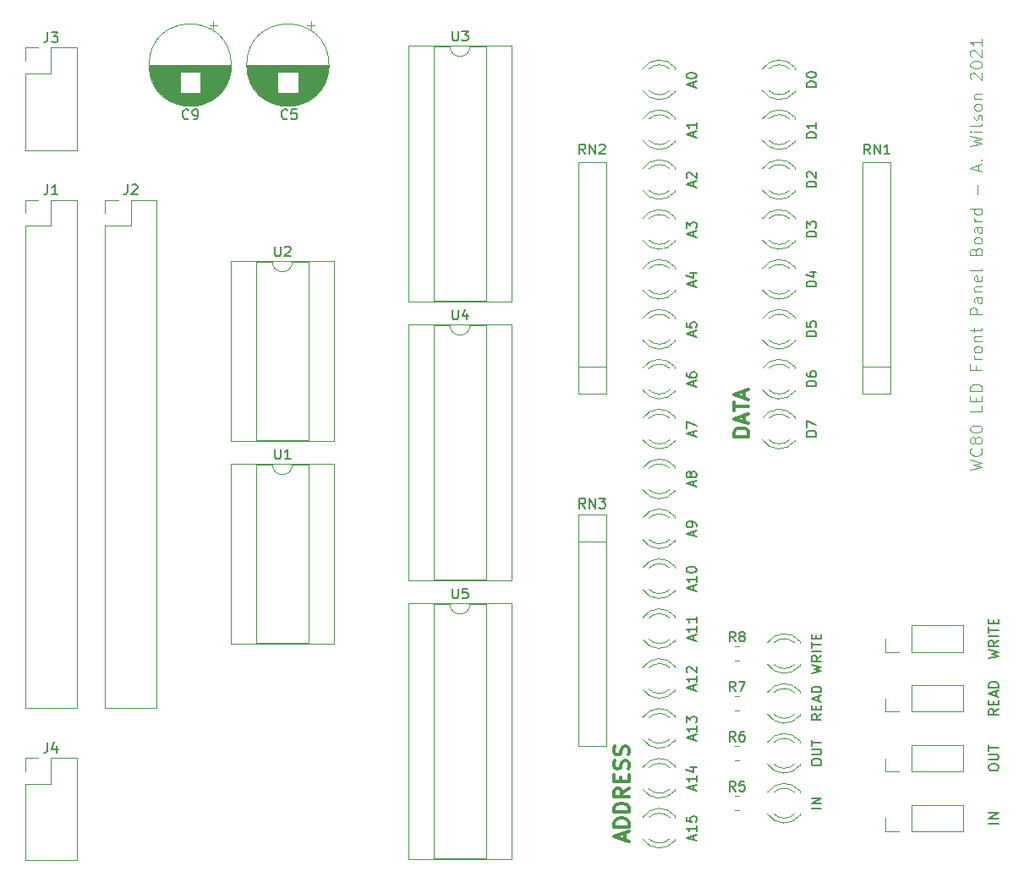
<source format=gbr>
%TF.GenerationSoftware,KiCad,Pcbnew,(5.1.9)-1*%
%TF.CreationDate,2021-06-06T11:32:17-04:00*%
%TF.ProjectId,main,6d61696e-2e6b-4696-9361-645f70636258,rev?*%
%TF.SameCoordinates,Original*%
%TF.FileFunction,Legend,Top*%
%TF.FilePolarity,Positive*%
%FSLAX46Y46*%
G04 Gerber Fmt 4.6, Leading zero omitted, Abs format (unit mm)*
G04 Created by KiCad (PCBNEW (5.1.9)-1) date 2021-06-06 11:32:17*
%MOMM*%
%LPD*%
G01*
G04 APERTURE LIST*
%ADD10C,0.125000*%
%ADD11C,0.300000*%
%ADD12C,0.120000*%
%ADD13C,0.150000*%
G04 APERTURE END LIST*
D10*
X115842857Y-71614285D02*
X117042857Y-71328571D01*
X116185714Y-71099999D01*
X117042857Y-70871428D01*
X115842857Y-70585714D01*
X116928571Y-69442857D02*
X116985714Y-69499999D01*
X117042857Y-69671428D01*
X117042857Y-69785714D01*
X116985714Y-69957142D01*
X116871428Y-70071428D01*
X116757142Y-70128571D01*
X116528571Y-70185714D01*
X116357142Y-70185714D01*
X116128571Y-70128571D01*
X116014285Y-70071428D01*
X115900000Y-69957142D01*
X115842857Y-69785714D01*
X115842857Y-69671428D01*
X115900000Y-69499999D01*
X115957142Y-69442857D01*
X116357142Y-68757142D02*
X116300000Y-68871428D01*
X116242857Y-68928571D01*
X116128571Y-68985714D01*
X116071428Y-68985714D01*
X115957142Y-68928571D01*
X115900000Y-68871428D01*
X115842857Y-68757142D01*
X115842857Y-68528571D01*
X115900000Y-68414285D01*
X115957142Y-68357142D01*
X116071428Y-68299999D01*
X116128571Y-68299999D01*
X116242857Y-68357142D01*
X116300000Y-68414285D01*
X116357142Y-68528571D01*
X116357142Y-68757142D01*
X116414285Y-68871428D01*
X116471428Y-68928571D01*
X116585714Y-68985714D01*
X116814285Y-68985714D01*
X116928571Y-68928571D01*
X116985714Y-68871428D01*
X117042857Y-68757142D01*
X117042857Y-68528571D01*
X116985714Y-68414285D01*
X116928571Y-68357142D01*
X116814285Y-68299999D01*
X116585714Y-68299999D01*
X116471428Y-68357142D01*
X116414285Y-68414285D01*
X116357142Y-68528571D01*
X115842857Y-67557142D02*
X115842857Y-67442857D01*
X115900000Y-67328571D01*
X115957142Y-67271428D01*
X116071428Y-67214285D01*
X116300000Y-67157142D01*
X116585714Y-67157142D01*
X116814285Y-67214285D01*
X116928571Y-67271428D01*
X116985714Y-67328571D01*
X117042857Y-67442857D01*
X117042857Y-67557142D01*
X116985714Y-67671428D01*
X116928571Y-67728571D01*
X116814285Y-67785714D01*
X116585714Y-67842857D01*
X116300000Y-67842857D01*
X116071428Y-67785714D01*
X115957142Y-67728571D01*
X115900000Y-67671428D01*
X115842857Y-67557142D01*
X117042857Y-65157142D02*
X117042857Y-65728571D01*
X115842857Y-65728571D01*
X116414285Y-64757142D02*
X116414285Y-64357142D01*
X117042857Y-64185714D02*
X117042857Y-64757142D01*
X115842857Y-64757142D01*
X115842857Y-64185714D01*
X117042857Y-63671428D02*
X115842857Y-63671428D01*
X115842857Y-63385714D01*
X115900000Y-63214285D01*
X116014285Y-63099999D01*
X116128571Y-63042857D01*
X116357142Y-62985714D01*
X116528571Y-62985714D01*
X116757142Y-63042857D01*
X116871428Y-63099999D01*
X116985714Y-63214285D01*
X117042857Y-63385714D01*
X117042857Y-63671428D01*
X116414285Y-61157142D02*
X116414285Y-61557142D01*
X117042857Y-61557142D02*
X115842857Y-61557142D01*
X115842857Y-60985714D01*
X117042857Y-60528571D02*
X116242857Y-60528571D01*
X116471428Y-60528571D02*
X116357142Y-60471428D01*
X116300000Y-60414285D01*
X116242857Y-60299999D01*
X116242857Y-60185714D01*
X117042857Y-59614285D02*
X116985714Y-59728571D01*
X116928571Y-59785714D01*
X116814285Y-59842857D01*
X116471428Y-59842857D01*
X116357142Y-59785714D01*
X116300000Y-59728571D01*
X116242857Y-59614285D01*
X116242857Y-59442857D01*
X116300000Y-59328571D01*
X116357142Y-59271428D01*
X116471428Y-59214285D01*
X116814285Y-59214285D01*
X116928571Y-59271428D01*
X116985714Y-59328571D01*
X117042857Y-59442857D01*
X117042857Y-59614285D01*
X116242857Y-58699999D02*
X117042857Y-58699999D01*
X116357142Y-58699999D02*
X116300000Y-58642857D01*
X116242857Y-58528571D01*
X116242857Y-58357142D01*
X116300000Y-58242857D01*
X116414285Y-58185714D01*
X117042857Y-58185714D01*
X116242857Y-57785714D02*
X116242857Y-57328571D01*
X115842857Y-57614285D02*
X116871428Y-57614285D01*
X116985714Y-57557142D01*
X117042857Y-57442857D01*
X117042857Y-57328571D01*
X117042857Y-56014285D02*
X115842857Y-56014285D01*
X115842857Y-55557142D01*
X115900000Y-55442857D01*
X115957142Y-55385714D01*
X116071428Y-55328571D01*
X116242857Y-55328571D01*
X116357142Y-55385714D01*
X116414285Y-55442857D01*
X116471428Y-55557142D01*
X116471428Y-56014285D01*
X117042857Y-54299999D02*
X116414285Y-54299999D01*
X116300000Y-54357142D01*
X116242857Y-54471428D01*
X116242857Y-54699999D01*
X116300000Y-54814285D01*
X116985714Y-54299999D02*
X117042857Y-54414285D01*
X117042857Y-54699999D01*
X116985714Y-54814285D01*
X116871428Y-54871428D01*
X116757142Y-54871428D01*
X116642857Y-54814285D01*
X116585714Y-54699999D01*
X116585714Y-54414285D01*
X116528571Y-54299999D01*
X116242857Y-53728571D02*
X117042857Y-53728571D01*
X116357142Y-53728571D02*
X116300000Y-53671428D01*
X116242857Y-53557142D01*
X116242857Y-53385714D01*
X116300000Y-53271428D01*
X116414285Y-53214285D01*
X117042857Y-53214285D01*
X116985714Y-52185714D02*
X117042857Y-52299999D01*
X117042857Y-52528571D01*
X116985714Y-52642857D01*
X116871428Y-52699999D01*
X116414285Y-52699999D01*
X116300000Y-52642857D01*
X116242857Y-52528571D01*
X116242857Y-52299999D01*
X116300000Y-52185714D01*
X116414285Y-52128571D01*
X116528571Y-52128571D01*
X116642857Y-52699999D01*
X117042857Y-51442857D02*
X116985714Y-51557142D01*
X116871428Y-51614285D01*
X115842857Y-51614285D01*
X116414285Y-49671428D02*
X116471428Y-49499999D01*
X116528571Y-49442857D01*
X116642857Y-49385714D01*
X116814285Y-49385714D01*
X116928571Y-49442857D01*
X116985714Y-49499999D01*
X117042857Y-49614285D01*
X117042857Y-50071428D01*
X115842857Y-50071428D01*
X115842857Y-49671428D01*
X115900000Y-49557142D01*
X115957142Y-49499999D01*
X116071428Y-49442857D01*
X116185714Y-49442857D01*
X116300000Y-49499999D01*
X116357142Y-49557142D01*
X116414285Y-49671428D01*
X116414285Y-50071428D01*
X117042857Y-48699999D02*
X116985714Y-48814285D01*
X116928571Y-48871428D01*
X116814285Y-48928571D01*
X116471428Y-48928571D01*
X116357142Y-48871428D01*
X116300000Y-48814285D01*
X116242857Y-48699999D01*
X116242857Y-48528571D01*
X116300000Y-48414285D01*
X116357142Y-48357142D01*
X116471428Y-48299999D01*
X116814285Y-48299999D01*
X116928571Y-48357142D01*
X116985714Y-48414285D01*
X117042857Y-48528571D01*
X117042857Y-48699999D01*
X117042857Y-47271428D02*
X116414285Y-47271428D01*
X116300000Y-47328571D01*
X116242857Y-47442857D01*
X116242857Y-47671428D01*
X116300000Y-47785714D01*
X116985714Y-47271428D02*
X117042857Y-47385714D01*
X117042857Y-47671428D01*
X116985714Y-47785714D01*
X116871428Y-47842857D01*
X116757142Y-47842857D01*
X116642857Y-47785714D01*
X116585714Y-47671428D01*
X116585714Y-47385714D01*
X116528571Y-47271428D01*
X117042857Y-46699999D02*
X116242857Y-46699999D01*
X116471428Y-46699999D02*
X116357142Y-46642857D01*
X116300000Y-46585714D01*
X116242857Y-46471428D01*
X116242857Y-46357142D01*
X117042857Y-45442857D02*
X115842857Y-45442857D01*
X116985714Y-45442857D02*
X117042857Y-45557142D01*
X117042857Y-45785714D01*
X116985714Y-45899999D01*
X116928571Y-45957142D01*
X116814285Y-46014285D01*
X116471428Y-46014285D01*
X116357142Y-45957142D01*
X116300000Y-45899999D01*
X116242857Y-45785714D01*
X116242857Y-45557142D01*
X116300000Y-45442857D01*
X116585714Y-43957142D02*
X116585714Y-43042857D01*
X116700000Y-41614285D02*
X116700000Y-41042857D01*
X117042857Y-41728571D02*
X115842857Y-41328571D01*
X117042857Y-40928571D01*
X116928571Y-40528571D02*
X116985714Y-40471428D01*
X117042857Y-40528571D01*
X116985714Y-40585714D01*
X116928571Y-40528571D01*
X117042857Y-40528571D01*
X115842857Y-39157142D02*
X117042857Y-38871428D01*
X116185714Y-38642857D01*
X117042857Y-38414285D01*
X115842857Y-38128571D01*
X117042857Y-37671428D02*
X116242857Y-37671428D01*
X115842857Y-37671428D02*
X115900000Y-37728571D01*
X115957142Y-37671428D01*
X115900000Y-37614285D01*
X115842857Y-37671428D01*
X115957142Y-37671428D01*
X117042857Y-36928571D02*
X116985714Y-37042857D01*
X116871428Y-37099999D01*
X115842857Y-37099999D01*
X116985714Y-36528571D02*
X117042857Y-36414285D01*
X117042857Y-36185714D01*
X116985714Y-36071428D01*
X116871428Y-36014285D01*
X116814285Y-36014285D01*
X116700000Y-36071428D01*
X116642857Y-36185714D01*
X116642857Y-36357142D01*
X116585714Y-36471428D01*
X116471428Y-36528571D01*
X116414285Y-36528571D01*
X116300000Y-36471428D01*
X116242857Y-36357142D01*
X116242857Y-36185714D01*
X116300000Y-36071428D01*
X117042857Y-35328571D02*
X116985714Y-35442857D01*
X116928571Y-35499999D01*
X116814285Y-35557142D01*
X116471428Y-35557142D01*
X116357142Y-35499999D01*
X116300000Y-35442857D01*
X116242857Y-35328571D01*
X116242857Y-35157142D01*
X116300000Y-35042857D01*
X116357142Y-34985714D01*
X116471428Y-34928571D01*
X116814285Y-34928571D01*
X116928571Y-34985714D01*
X116985714Y-35042857D01*
X117042857Y-35157142D01*
X117042857Y-35328571D01*
X116242857Y-34414285D02*
X117042857Y-34414285D01*
X116357142Y-34414285D02*
X116300000Y-34357142D01*
X116242857Y-34242857D01*
X116242857Y-34071428D01*
X116300000Y-33957142D01*
X116414285Y-33899999D01*
X117042857Y-33899999D01*
X115957142Y-32471428D02*
X115900000Y-32414285D01*
X115842857Y-32299999D01*
X115842857Y-32014285D01*
X115900000Y-31899999D01*
X115957142Y-31842857D01*
X116071428Y-31785714D01*
X116185714Y-31785714D01*
X116357142Y-31842857D01*
X117042857Y-32528571D01*
X117042857Y-31785714D01*
X115842857Y-31042857D02*
X115842857Y-30928571D01*
X115900000Y-30814285D01*
X115957142Y-30757142D01*
X116071428Y-30699999D01*
X116300000Y-30642857D01*
X116585714Y-30642857D01*
X116814285Y-30699999D01*
X116928571Y-30757142D01*
X116985714Y-30814285D01*
X117042857Y-30928571D01*
X117042857Y-31042857D01*
X116985714Y-31157142D01*
X116928571Y-31214285D01*
X116814285Y-31271428D01*
X116585714Y-31328571D01*
X116300000Y-31328571D01*
X116071428Y-31271428D01*
X115957142Y-31214285D01*
X115900000Y-31157142D01*
X115842857Y-31042857D01*
X115957142Y-30185714D02*
X115900000Y-30128571D01*
X115842857Y-30014285D01*
X115842857Y-29728571D01*
X115900000Y-29614285D01*
X115957142Y-29557142D01*
X116071428Y-29499999D01*
X116185714Y-29499999D01*
X116357142Y-29557142D01*
X117042857Y-30242857D01*
X117042857Y-29499999D01*
X117042857Y-28357142D02*
X117042857Y-29042857D01*
X117042857Y-28699999D02*
X115842857Y-28699999D01*
X116014285Y-28814285D01*
X116128571Y-28928571D01*
X116185714Y-29042857D01*
D11*
X93678571Y-68250000D02*
X92178571Y-68250000D01*
X92178571Y-67892857D01*
X92250000Y-67678571D01*
X92392857Y-67535714D01*
X92535714Y-67464285D01*
X92821428Y-67392857D01*
X93035714Y-67392857D01*
X93321428Y-67464285D01*
X93464285Y-67535714D01*
X93607142Y-67678571D01*
X93678571Y-67892857D01*
X93678571Y-68250000D01*
X93250000Y-66821428D02*
X93250000Y-66107142D01*
X93678571Y-66964285D02*
X92178571Y-66464285D01*
X93678571Y-65964285D01*
X92178571Y-65678571D02*
X92178571Y-64821428D01*
X93678571Y-65250000D02*
X92178571Y-65250000D01*
X93250000Y-64392857D02*
X93250000Y-63678571D01*
X93678571Y-64535714D02*
X92178571Y-64035714D01*
X93678571Y-63535714D01*
X81250000Y-108714285D02*
X81250000Y-108000000D01*
X81678571Y-108857142D02*
X80178571Y-108357142D01*
X81678571Y-107857142D01*
X81678571Y-107357142D02*
X80178571Y-107357142D01*
X80178571Y-107000000D01*
X80250000Y-106785714D01*
X80392857Y-106642857D01*
X80535714Y-106571428D01*
X80821428Y-106500000D01*
X81035714Y-106500000D01*
X81321428Y-106571428D01*
X81464285Y-106642857D01*
X81607142Y-106785714D01*
X81678571Y-107000000D01*
X81678571Y-107357142D01*
X81678571Y-105857142D02*
X80178571Y-105857142D01*
X80178571Y-105500000D01*
X80250000Y-105285714D01*
X80392857Y-105142857D01*
X80535714Y-105071428D01*
X80821428Y-105000000D01*
X81035714Y-105000000D01*
X81321428Y-105071428D01*
X81464285Y-105142857D01*
X81607142Y-105285714D01*
X81678571Y-105500000D01*
X81678571Y-105857142D01*
X81678571Y-103500000D02*
X80964285Y-104000000D01*
X81678571Y-104357142D02*
X80178571Y-104357142D01*
X80178571Y-103785714D01*
X80250000Y-103642857D01*
X80321428Y-103571428D01*
X80464285Y-103500000D01*
X80678571Y-103500000D01*
X80821428Y-103571428D01*
X80892857Y-103642857D01*
X80964285Y-103785714D01*
X80964285Y-104357142D01*
X80892857Y-102857142D02*
X80892857Y-102357142D01*
X81678571Y-102142857D02*
X81678571Y-102857142D01*
X80178571Y-102857142D01*
X80178571Y-102142857D01*
X81607142Y-101571428D02*
X81678571Y-101357142D01*
X81678571Y-101000000D01*
X81607142Y-100857142D01*
X81535714Y-100785714D01*
X81392857Y-100714285D01*
X81250000Y-100714285D01*
X81107142Y-100785714D01*
X81035714Y-100857142D01*
X80964285Y-101000000D01*
X80892857Y-101285714D01*
X80821428Y-101428571D01*
X80750000Y-101500000D01*
X80607142Y-101571428D01*
X80464285Y-101571428D01*
X80321428Y-101500000D01*
X80250000Y-101428571D01*
X80178571Y-101285714D01*
X80178571Y-100928571D01*
X80250000Y-100714285D01*
X81607142Y-100142857D02*
X81678571Y-99928571D01*
X81678571Y-99571428D01*
X81607142Y-99428571D01*
X81535714Y-99357142D01*
X81392857Y-99285714D01*
X81250000Y-99285714D01*
X81107142Y-99357142D01*
X81035714Y-99428571D01*
X80964285Y-99571428D01*
X80892857Y-99857142D01*
X80821428Y-100000000D01*
X80750000Y-100071428D01*
X80607142Y-100142857D01*
X80464285Y-100142857D01*
X80321428Y-100071428D01*
X80250000Y-100000000D01*
X80178571Y-99857142D01*
X80178571Y-99500000D01*
X80250000Y-99285714D01*
D12*
%TO.C,R8*%
X92272936Y-89265000D02*
X92727064Y-89265000D01*
X92272936Y-90735000D02*
X92727064Y-90735000D01*
%TO.C,R7*%
X92272936Y-94265000D02*
X92727064Y-94265000D01*
X92272936Y-95735000D02*
X92727064Y-95735000D01*
%TO.C,R6*%
X92272936Y-99265000D02*
X92727064Y-99265000D01*
X92272936Y-100735000D02*
X92727064Y-100735000D01*
%TO.C,R5*%
X92272936Y-104265000D02*
X92727064Y-104265000D01*
X92272936Y-105735000D02*
X92727064Y-105735000D01*
%TO.C,D28*%
X96188870Y-88920163D02*
G75*
G02*
X98270961Y-88920000I1041130J-1079837D01*
G01*
X96188870Y-91079837D02*
G75*
G03*
X98270961Y-91080000I1041130J1079837D01*
G01*
X95557665Y-88921392D02*
G75*
G02*
X98790000Y-88764484I1672335J-1078608D01*
G01*
X95557665Y-91078608D02*
G75*
G03*
X98790000Y-91235516I1672335J1078608D01*
G01*
X98790000Y-91236000D02*
X98790000Y-91080000D01*
X98790000Y-88920000D02*
X98790000Y-88764000D01*
%TO.C,D27*%
X96188870Y-93920163D02*
G75*
G02*
X98270961Y-93920000I1041130J-1079837D01*
G01*
X96188870Y-96079837D02*
G75*
G03*
X98270961Y-96080000I1041130J1079837D01*
G01*
X95557665Y-93921392D02*
G75*
G02*
X98790000Y-93764484I1672335J-1078608D01*
G01*
X95557665Y-96078608D02*
G75*
G03*
X98790000Y-96235516I1672335J1078608D01*
G01*
X98790000Y-96236000D02*
X98790000Y-96080000D01*
X98790000Y-93920000D02*
X98790000Y-93764000D01*
%TO.C,D26*%
X96188870Y-98920163D02*
G75*
G02*
X98270961Y-98920000I1041130J-1079837D01*
G01*
X96188870Y-101079837D02*
G75*
G03*
X98270961Y-101080000I1041130J1079837D01*
G01*
X95557665Y-98921392D02*
G75*
G02*
X98790000Y-98764484I1672335J-1078608D01*
G01*
X95557665Y-101078608D02*
G75*
G03*
X98790000Y-101235516I1672335J1078608D01*
G01*
X98790000Y-101236000D02*
X98790000Y-101080000D01*
X98790000Y-98920000D02*
X98790000Y-98764000D01*
%TO.C,D25*%
X96188870Y-103920163D02*
G75*
G02*
X98270961Y-103920000I1041130J-1079837D01*
G01*
X96188870Y-106079837D02*
G75*
G03*
X98270961Y-106080000I1041130J1079837D01*
G01*
X95557665Y-103921392D02*
G75*
G02*
X98790000Y-103764484I1672335J-1078608D01*
G01*
X95557665Y-106078608D02*
G75*
G03*
X98790000Y-106235516I1672335J1078608D01*
G01*
X98790000Y-106236000D02*
X98790000Y-106080000D01*
X98790000Y-103920000D02*
X98790000Y-103764000D01*
%TO.C,C9*%
X40467000Y-27014302D02*
X39667000Y-27014302D01*
X40067000Y-26614302D02*
X40067000Y-27414302D01*
X38285000Y-35105000D02*
X37219000Y-35105000D01*
X38520000Y-35065000D02*
X36984000Y-35065000D01*
X38700000Y-35025000D02*
X36804000Y-35025000D01*
X38850000Y-34985000D02*
X36654000Y-34985000D01*
X38981000Y-34945000D02*
X36523000Y-34945000D01*
X39098000Y-34905000D02*
X36406000Y-34905000D01*
X39205000Y-34865000D02*
X36299000Y-34865000D01*
X39304000Y-34825000D02*
X36200000Y-34825000D01*
X39397000Y-34785000D02*
X36107000Y-34785000D01*
X39483000Y-34745000D02*
X36021000Y-34745000D01*
X39565000Y-34705000D02*
X35939000Y-34705000D01*
X39642000Y-34665000D02*
X35862000Y-34665000D01*
X39716000Y-34625000D02*
X35788000Y-34625000D01*
X39786000Y-34585000D02*
X35718000Y-34585000D01*
X39854000Y-34545000D02*
X35650000Y-34545000D01*
X39918000Y-34505000D02*
X35586000Y-34505000D01*
X39980000Y-34465000D02*
X35524000Y-34465000D01*
X40039000Y-34425000D02*
X35465000Y-34425000D01*
X40097000Y-34385000D02*
X35407000Y-34385000D01*
X40152000Y-34345000D02*
X35352000Y-34345000D01*
X40206000Y-34305000D02*
X35298000Y-34305000D01*
X40257000Y-34265000D02*
X35247000Y-34265000D01*
X40308000Y-34225000D02*
X35196000Y-34225000D01*
X40356000Y-34185000D02*
X35148000Y-34185000D01*
X40403000Y-34145000D02*
X35101000Y-34145000D01*
X40449000Y-34105000D02*
X35055000Y-34105000D01*
X40493000Y-34065000D02*
X35011000Y-34065000D01*
X40536000Y-34025000D02*
X34968000Y-34025000D01*
X40578000Y-33985000D02*
X34926000Y-33985000D01*
X40619000Y-33945000D02*
X34885000Y-33945000D01*
X40659000Y-33905000D02*
X34845000Y-33905000D01*
X40697000Y-33865000D02*
X34807000Y-33865000D01*
X40735000Y-33825000D02*
X34769000Y-33825000D01*
X36712000Y-33785000D02*
X34733000Y-33785000D01*
X40771000Y-33785000D02*
X38792000Y-33785000D01*
X36712000Y-33745000D02*
X34697000Y-33745000D01*
X40807000Y-33745000D02*
X38792000Y-33745000D01*
X36712000Y-33705000D02*
X34662000Y-33705000D01*
X40842000Y-33705000D02*
X38792000Y-33705000D01*
X36712000Y-33665000D02*
X34628000Y-33665000D01*
X40876000Y-33665000D02*
X38792000Y-33665000D01*
X36712000Y-33625000D02*
X34596000Y-33625000D01*
X40908000Y-33625000D02*
X38792000Y-33625000D01*
X36712000Y-33585000D02*
X34563000Y-33585000D01*
X40941000Y-33585000D02*
X38792000Y-33585000D01*
X36712000Y-33545000D02*
X34532000Y-33545000D01*
X40972000Y-33545000D02*
X38792000Y-33545000D01*
X36712000Y-33505000D02*
X34502000Y-33505000D01*
X41002000Y-33505000D02*
X38792000Y-33505000D01*
X36712000Y-33465000D02*
X34472000Y-33465000D01*
X41032000Y-33465000D02*
X38792000Y-33465000D01*
X36712000Y-33425000D02*
X34443000Y-33425000D01*
X41061000Y-33425000D02*
X38792000Y-33425000D01*
X36712000Y-33385000D02*
X34414000Y-33385000D01*
X41090000Y-33385000D02*
X38792000Y-33385000D01*
X36712000Y-33345000D02*
X34387000Y-33345000D01*
X41117000Y-33345000D02*
X38792000Y-33345000D01*
X36712000Y-33305000D02*
X34360000Y-33305000D01*
X41144000Y-33305000D02*
X38792000Y-33305000D01*
X36712000Y-33265000D02*
X34334000Y-33265000D01*
X41170000Y-33265000D02*
X38792000Y-33265000D01*
X36712000Y-33225000D02*
X34308000Y-33225000D01*
X41196000Y-33225000D02*
X38792000Y-33225000D01*
X36712000Y-33185000D02*
X34283000Y-33185000D01*
X41221000Y-33185000D02*
X38792000Y-33185000D01*
X36712000Y-33145000D02*
X34259000Y-33145000D01*
X41245000Y-33145000D02*
X38792000Y-33145000D01*
X36712000Y-33105000D02*
X34235000Y-33105000D01*
X41269000Y-33105000D02*
X38792000Y-33105000D01*
X36712000Y-33065000D02*
X34212000Y-33065000D01*
X41292000Y-33065000D02*
X38792000Y-33065000D01*
X36712000Y-33025000D02*
X34190000Y-33025000D01*
X41314000Y-33025000D02*
X38792000Y-33025000D01*
X36712000Y-32985000D02*
X34168000Y-32985000D01*
X41336000Y-32985000D02*
X38792000Y-32985000D01*
X36712000Y-32945000D02*
X34146000Y-32945000D01*
X41358000Y-32945000D02*
X38792000Y-32945000D01*
X36712000Y-32905000D02*
X34125000Y-32905000D01*
X41379000Y-32905000D02*
X38792000Y-32905000D01*
X36712000Y-32865000D02*
X34105000Y-32865000D01*
X41399000Y-32865000D02*
X38792000Y-32865000D01*
X36712000Y-32825000D02*
X34086000Y-32825000D01*
X41418000Y-32825000D02*
X38792000Y-32825000D01*
X36712000Y-32785000D02*
X34066000Y-32785000D01*
X41438000Y-32785000D02*
X38792000Y-32785000D01*
X36712000Y-32745000D02*
X34048000Y-32745000D01*
X41456000Y-32745000D02*
X38792000Y-32745000D01*
X36712000Y-32705000D02*
X34030000Y-32705000D01*
X41474000Y-32705000D02*
X38792000Y-32705000D01*
X36712000Y-32665000D02*
X34012000Y-32665000D01*
X41492000Y-32665000D02*
X38792000Y-32665000D01*
X36712000Y-32625000D02*
X33995000Y-32625000D01*
X41509000Y-32625000D02*
X38792000Y-32625000D01*
X36712000Y-32585000D02*
X33978000Y-32585000D01*
X41526000Y-32585000D02*
X38792000Y-32585000D01*
X36712000Y-32545000D02*
X33962000Y-32545000D01*
X41542000Y-32545000D02*
X38792000Y-32545000D01*
X36712000Y-32505000D02*
X33947000Y-32505000D01*
X41557000Y-32505000D02*
X38792000Y-32505000D01*
X36712000Y-32465000D02*
X33931000Y-32465000D01*
X41573000Y-32465000D02*
X38792000Y-32465000D01*
X36712000Y-32425000D02*
X33917000Y-32425000D01*
X41587000Y-32425000D02*
X38792000Y-32425000D01*
X36712000Y-32385000D02*
X33902000Y-32385000D01*
X41602000Y-32385000D02*
X38792000Y-32385000D01*
X36712000Y-32345000D02*
X33889000Y-32345000D01*
X41615000Y-32345000D02*
X38792000Y-32345000D01*
X36712000Y-32305000D02*
X33875000Y-32305000D01*
X41629000Y-32305000D02*
X38792000Y-32305000D01*
X36712000Y-32265000D02*
X33863000Y-32265000D01*
X41641000Y-32265000D02*
X38792000Y-32265000D01*
X36712000Y-32225000D02*
X33850000Y-32225000D01*
X41654000Y-32225000D02*
X38792000Y-32225000D01*
X36712000Y-32185000D02*
X33838000Y-32185000D01*
X41666000Y-32185000D02*
X38792000Y-32185000D01*
X36712000Y-32145000D02*
X33827000Y-32145000D01*
X41677000Y-32145000D02*
X38792000Y-32145000D01*
X36712000Y-32105000D02*
X33816000Y-32105000D01*
X41688000Y-32105000D02*
X38792000Y-32105000D01*
X36712000Y-32065000D02*
X33805000Y-32065000D01*
X41699000Y-32065000D02*
X38792000Y-32065000D01*
X36712000Y-32025000D02*
X33795000Y-32025000D01*
X41709000Y-32025000D02*
X38792000Y-32025000D01*
X36712000Y-31985000D02*
X33785000Y-31985000D01*
X41719000Y-31985000D02*
X38792000Y-31985000D01*
X36712000Y-31945000D02*
X33776000Y-31945000D01*
X41728000Y-31945000D02*
X38792000Y-31945000D01*
X36712000Y-31905000D02*
X33767000Y-31905000D01*
X41737000Y-31905000D02*
X38792000Y-31905000D01*
X36712000Y-31865000D02*
X33758000Y-31865000D01*
X41746000Y-31865000D02*
X38792000Y-31865000D01*
X36712000Y-31825000D02*
X33750000Y-31825000D01*
X41754000Y-31825000D02*
X38792000Y-31825000D01*
X36712000Y-31785000D02*
X33742000Y-31785000D01*
X41762000Y-31785000D02*
X38792000Y-31785000D01*
X36712000Y-31745000D02*
X33735000Y-31745000D01*
X41769000Y-31745000D02*
X38792000Y-31745000D01*
X41776000Y-31704000D02*
X33728000Y-31704000D01*
X41782000Y-31664000D02*
X33722000Y-31664000D01*
X41789000Y-31624000D02*
X33715000Y-31624000D01*
X41794000Y-31584000D02*
X33710000Y-31584000D01*
X41800000Y-31544000D02*
X33704000Y-31544000D01*
X41804000Y-31504000D02*
X33700000Y-31504000D01*
X41809000Y-31464000D02*
X33695000Y-31464000D01*
X41813000Y-31424000D02*
X33691000Y-31424000D01*
X41817000Y-31384000D02*
X33687000Y-31384000D01*
X41820000Y-31344000D02*
X33684000Y-31344000D01*
X41823000Y-31304000D02*
X33681000Y-31304000D01*
X41826000Y-31264000D02*
X33678000Y-31264000D01*
X41828000Y-31224000D02*
X33676000Y-31224000D01*
X41829000Y-31184000D02*
X33675000Y-31184000D01*
X41831000Y-31144000D02*
X33673000Y-31144000D01*
X41832000Y-31104000D02*
X33672000Y-31104000D01*
X41832000Y-31064000D02*
X33672000Y-31064000D01*
X41832000Y-31024000D02*
X33672000Y-31024000D01*
X41872000Y-31024000D02*
G75*
G03*
X41872000Y-31024000I-4120000J0D01*
G01*
%TO.C,U2*%
X52130000Y-50680000D02*
X41850000Y-50680000D01*
X52130000Y-68700000D02*
X52130000Y-50680000D01*
X41850000Y-68700000D02*
X52130000Y-68700000D01*
X41850000Y-50680000D02*
X41850000Y-68700000D01*
X49640000Y-50740000D02*
X47990000Y-50740000D01*
X49640000Y-68640000D02*
X49640000Y-50740000D01*
X44340000Y-68640000D02*
X49640000Y-68640000D01*
X44340000Y-50740000D02*
X44340000Y-68640000D01*
X45990000Y-50740000D02*
X44340000Y-50740000D01*
X47990000Y-50740000D02*
G75*
G02*
X45990000Y-50740000I-1000000J0D01*
G01*
%TO.C,U1*%
X52130000Y-71000000D02*
X41850000Y-71000000D01*
X52130000Y-89020000D02*
X52130000Y-71000000D01*
X41850000Y-89020000D02*
X52130000Y-89020000D01*
X41850000Y-71000000D02*
X41850000Y-89020000D01*
X49640000Y-71060000D02*
X47990000Y-71060000D01*
X49640000Y-88960000D02*
X49640000Y-71060000D01*
X44340000Y-88960000D02*
X49640000Y-88960000D01*
X44340000Y-71060000D02*
X44340000Y-88960000D01*
X45990000Y-71060000D02*
X44340000Y-71060000D01*
X47990000Y-71060000D02*
G75*
G02*
X45990000Y-71060000I-1000000J0D01*
G01*
%TO.C,RN3*%
X79400000Y-78770000D02*
X76600000Y-78770000D01*
X79400000Y-99260000D02*
X79400000Y-76060000D01*
X76600000Y-99260000D02*
X79400000Y-99260000D01*
X76600000Y-76060000D02*
X76600000Y-99260000D01*
X79400000Y-76060000D02*
X76600000Y-76060000D01*
%TO.C,RN2*%
X76600000Y-61230000D02*
X79400000Y-61230000D01*
X76600000Y-40740000D02*
X76600000Y-63940000D01*
X79400000Y-40740000D02*
X76600000Y-40740000D01*
X79400000Y-63940000D02*
X79400000Y-40740000D01*
X76600000Y-63940000D02*
X79400000Y-63940000D01*
%TO.C,RN1*%
X105100000Y-63940000D02*
X107900000Y-63940000D01*
X107900000Y-63940000D02*
X107900000Y-40740000D01*
X107900000Y-40740000D02*
X105100000Y-40740000D01*
X105100000Y-40740000D02*
X105100000Y-63940000D01*
X105100000Y-61230000D02*
X107900000Y-61230000D01*
%TO.C,D24*%
X86290000Y-76420000D02*
X86290000Y-76264000D01*
X86290000Y-78736000D02*
X86290000Y-78580000D01*
X83688870Y-76420163D02*
G75*
G02*
X85770961Y-76420000I1041130J-1079837D01*
G01*
X83688870Y-78579837D02*
G75*
G03*
X85770961Y-78580000I1041130J1079837D01*
G01*
X83057665Y-76421392D02*
G75*
G02*
X86290000Y-76264484I1672335J-1078608D01*
G01*
X83057665Y-78578608D02*
G75*
G03*
X86290000Y-78735516I1672335J1078608D01*
G01*
%TO.C,D23*%
X86290000Y-86420000D02*
X86290000Y-86264000D01*
X86290000Y-88736000D02*
X86290000Y-88580000D01*
X83688870Y-86420163D02*
G75*
G02*
X85770961Y-86420000I1041130J-1079837D01*
G01*
X83688870Y-88579837D02*
G75*
G03*
X85770961Y-88580000I1041130J1079837D01*
G01*
X83057665Y-86421392D02*
G75*
G02*
X86290000Y-86264484I1672335J-1078608D01*
G01*
X83057665Y-88578608D02*
G75*
G03*
X86290000Y-88735516I1672335J1078608D01*
G01*
%TO.C,D22*%
X86290000Y-96420000D02*
X86290000Y-96264000D01*
X86290000Y-98736000D02*
X86290000Y-98580000D01*
X83688870Y-96420163D02*
G75*
G02*
X85770961Y-96420000I1041130J-1079837D01*
G01*
X83688870Y-98579837D02*
G75*
G03*
X85770961Y-98580000I1041130J1079837D01*
G01*
X83057665Y-96421392D02*
G75*
G02*
X86290000Y-96264484I1672335J-1078608D01*
G01*
X83057665Y-98578608D02*
G75*
G03*
X86290000Y-98735516I1672335J1078608D01*
G01*
%TO.C,D21*%
X86290000Y-106420000D02*
X86290000Y-106264000D01*
X86290000Y-108736000D02*
X86290000Y-108580000D01*
X83688870Y-106420163D02*
G75*
G02*
X85770961Y-106420000I1041130J-1079837D01*
G01*
X83688870Y-108579837D02*
G75*
G03*
X85770961Y-108580000I1041130J1079837D01*
G01*
X83057665Y-106421392D02*
G75*
G02*
X86290000Y-106264484I1672335J-1078608D01*
G01*
X83057665Y-108578608D02*
G75*
G03*
X86290000Y-108735516I1672335J1078608D01*
G01*
%TO.C,D20*%
X86290000Y-101420000D02*
X86290000Y-101264000D01*
X86290000Y-103736000D02*
X86290000Y-103580000D01*
X83688870Y-101420163D02*
G75*
G02*
X85770961Y-101420000I1041130J-1079837D01*
G01*
X83688870Y-103579837D02*
G75*
G03*
X85770961Y-103580000I1041130J1079837D01*
G01*
X83057665Y-101421392D02*
G75*
G02*
X86290000Y-101264484I1672335J-1078608D01*
G01*
X83057665Y-103578608D02*
G75*
G03*
X86290000Y-103735516I1672335J1078608D01*
G01*
%TO.C,D19*%
X86290000Y-91420000D02*
X86290000Y-91264000D01*
X86290000Y-93736000D02*
X86290000Y-93580000D01*
X83688870Y-91420163D02*
G75*
G02*
X85770961Y-91420000I1041130J-1079837D01*
G01*
X83688870Y-93579837D02*
G75*
G03*
X85770961Y-93580000I1041130J1079837D01*
G01*
X83057665Y-91421392D02*
G75*
G02*
X86290000Y-91264484I1672335J-1078608D01*
G01*
X83057665Y-93578608D02*
G75*
G03*
X86290000Y-93735516I1672335J1078608D01*
G01*
%TO.C,D18*%
X86290000Y-81420000D02*
X86290000Y-81264000D01*
X86290000Y-83736000D02*
X86290000Y-83580000D01*
X83688870Y-81420163D02*
G75*
G02*
X85770961Y-81420000I1041130J-1079837D01*
G01*
X83688870Y-83579837D02*
G75*
G03*
X85770961Y-83580000I1041130J1079837D01*
G01*
X83057665Y-81421392D02*
G75*
G02*
X86290000Y-81264484I1672335J-1078608D01*
G01*
X83057665Y-83578608D02*
G75*
G03*
X86290000Y-83735516I1672335J1078608D01*
G01*
%TO.C,D17*%
X86290000Y-71420000D02*
X86290000Y-71264000D01*
X86290000Y-73736000D02*
X86290000Y-73580000D01*
X83688870Y-71420163D02*
G75*
G02*
X85770961Y-71420000I1041130J-1079837D01*
G01*
X83688870Y-73579837D02*
G75*
G03*
X85770961Y-73580000I1041130J1079837D01*
G01*
X83057665Y-71421392D02*
G75*
G02*
X86290000Y-71264484I1672335J-1078608D01*
G01*
X83057665Y-73578608D02*
G75*
G03*
X86290000Y-73735516I1672335J1078608D01*
G01*
%TO.C,D16*%
X86290000Y-36420000D02*
X86290000Y-36264000D01*
X86290000Y-38736000D02*
X86290000Y-38580000D01*
X83688870Y-36420163D02*
G75*
G02*
X85770961Y-36420000I1041130J-1079837D01*
G01*
X83688870Y-38579837D02*
G75*
G03*
X85770961Y-38580000I1041130J1079837D01*
G01*
X83057665Y-36421392D02*
G75*
G02*
X86290000Y-36264484I1672335J-1078608D01*
G01*
X83057665Y-38578608D02*
G75*
G03*
X86290000Y-38735516I1672335J1078608D01*
G01*
%TO.C,D15*%
X86290000Y-46420000D02*
X86290000Y-46264000D01*
X86290000Y-48736000D02*
X86290000Y-48580000D01*
X83688870Y-46420163D02*
G75*
G02*
X85770961Y-46420000I1041130J-1079837D01*
G01*
X83688870Y-48579837D02*
G75*
G03*
X85770961Y-48580000I1041130J1079837D01*
G01*
X83057665Y-46421392D02*
G75*
G02*
X86290000Y-46264484I1672335J-1078608D01*
G01*
X83057665Y-48578608D02*
G75*
G03*
X86290000Y-48735516I1672335J1078608D01*
G01*
%TO.C,D14*%
X86290000Y-56420000D02*
X86290000Y-56264000D01*
X86290000Y-58736000D02*
X86290000Y-58580000D01*
X83688870Y-56420163D02*
G75*
G02*
X85770961Y-56420000I1041130J-1079837D01*
G01*
X83688870Y-58579837D02*
G75*
G03*
X85770961Y-58580000I1041130J1079837D01*
G01*
X83057665Y-56421392D02*
G75*
G02*
X86290000Y-56264484I1672335J-1078608D01*
G01*
X83057665Y-58578608D02*
G75*
G03*
X86290000Y-58735516I1672335J1078608D01*
G01*
%TO.C,D13*%
X86290000Y-66420000D02*
X86290000Y-66264000D01*
X86290000Y-68736000D02*
X86290000Y-68580000D01*
X83688870Y-66420163D02*
G75*
G02*
X85770961Y-66420000I1041130J-1079837D01*
G01*
X83688870Y-68579837D02*
G75*
G03*
X85770961Y-68580000I1041130J1079837D01*
G01*
X83057665Y-66421392D02*
G75*
G02*
X86290000Y-66264484I1672335J-1078608D01*
G01*
X83057665Y-68578608D02*
G75*
G03*
X86290000Y-68735516I1672335J1078608D01*
G01*
%TO.C,D12*%
X86290000Y-61420000D02*
X86290000Y-61264000D01*
X86290000Y-63736000D02*
X86290000Y-63580000D01*
X83688870Y-61420163D02*
G75*
G02*
X85770961Y-61420000I1041130J-1079837D01*
G01*
X83688870Y-63579837D02*
G75*
G03*
X85770961Y-63580000I1041130J1079837D01*
G01*
X83057665Y-61421392D02*
G75*
G02*
X86290000Y-61264484I1672335J-1078608D01*
G01*
X83057665Y-63578608D02*
G75*
G03*
X86290000Y-63735516I1672335J1078608D01*
G01*
%TO.C,D11*%
X86290000Y-51420000D02*
X86290000Y-51264000D01*
X86290000Y-53736000D02*
X86290000Y-53580000D01*
X83688870Y-51420163D02*
G75*
G02*
X85770961Y-51420000I1041130J-1079837D01*
G01*
X83688870Y-53579837D02*
G75*
G03*
X85770961Y-53580000I1041130J1079837D01*
G01*
X83057665Y-51421392D02*
G75*
G02*
X86290000Y-51264484I1672335J-1078608D01*
G01*
X83057665Y-53578608D02*
G75*
G03*
X86290000Y-53735516I1672335J1078608D01*
G01*
%TO.C,D10*%
X86290000Y-41420000D02*
X86290000Y-41264000D01*
X86290000Y-43736000D02*
X86290000Y-43580000D01*
X83688870Y-41420163D02*
G75*
G02*
X85770961Y-41420000I1041130J-1079837D01*
G01*
X83688870Y-43579837D02*
G75*
G03*
X85770961Y-43580000I1041130J1079837D01*
G01*
X83057665Y-41421392D02*
G75*
G02*
X86290000Y-41264484I1672335J-1078608D01*
G01*
X83057665Y-43578608D02*
G75*
G03*
X86290000Y-43735516I1672335J1078608D01*
G01*
%TO.C,D9*%
X86290000Y-31420000D02*
X86290000Y-31264000D01*
X86290000Y-33736000D02*
X86290000Y-33580000D01*
X83688870Y-31420163D02*
G75*
G02*
X85770961Y-31420000I1041130J-1079837D01*
G01*
X83688870Y-33579837D02*
G75*
G03*
X85770961Y-33580000I1041130J1079837D01*
G01*
X83057665Y-31421392D02*
G75*
G02*
X86290000Y-31264484I1672335J-1078608D01*
G01*
X83057665Y-33578608D02*
G75*
G03*
X86290000Y-33735516I1672335J1078608D01*
G01*
%TO.C,D8*%
X98290000Y-36420000D02*
X98290000Y-36264000D01*
X98290000Y-38736000D02*
X98290000Y-38580000D01*
X95688870Y-36420163D02*
G75*
G02*
X97770961Y-36420000I1041130J-1079837D01*
G01*
X95688870Y-38579837D02*
G75*
G03*
X97770961Y-38580000I1041130J1079837D01*
G01*
X95057665Y-36421392D02*
G75*
G02*
X98290000Y-36264484I1672335J-1078608D01*
G01*
X95057665Y-38578608D02*
G75*
G03*
X98290000Y-38735516I1672335J1078608D01*
G01*
%TO.C,D7*%
X98290000Y-46420000D02*
X98290000Y-46264000D01*
X98290000Y-48736000D02*
X98290000Y-48580000D01*
X95688870Y-46420163D02*
G75*
G02*
X97770961Y-46420000I1041130J-1079837D01*
G01*
X95688870Y-48579837D02*
G75*
G03*
X97770961Y-48580000I1041130J1079837D01*
G01*
X95057665Y-46421392D02*
G75*
G02*
X98290000Y-46264484I1672335J-1078608D01*
G01*
X95057665Y-48578608D02*
G75*
G03*
X98290000Y-48735516I1672335J1078608D01*
G01*
%TO.C,D6*%
X98290000Y-56420000D02*
X98290000Y-56264000D01*
X98290000Y-58736000D02*
X98290000Y-58580000D01*
X95688870Y-56420163D02*
G75*
G02*
X97770961Y-56420000I1041130J-1079837D01*
G01*
X95688870Y-58579837D02*
G75*
G03*
X97770961Y-58580000I1041130J1079837D01*
G01*
X95057665Y-56421392D02*
G75*
G02*
X98290000Y-56264484I1672335J-1078608D01*
G01*
X95057665Y-58578608D02*
G75*
G03*
X98290000Y-58735516I1672335J1078608D01*
G01*
%TO.C,D5*%
X98290000Y-66420000D02*
X98290000Y-66264000D01*
X98290000Y-68736000D02*
X98290000Y-68580000D01*
X95688870Y-66420163D02*
G75*
G02*
X97770961Y-66420000I1041130J-1079837D01*
G01*
X95688870Y-68579837D02*
G75*
G03*
X97770961Y-68580000I1041130J1079837D01*
G01*
X95057665Y-66421392D02*
G75*
G02*
X98290000Y-66264484I1672335J-1078608D01*
G01*
X95057665Y-68578608D02*
G75*
G03*
X98290000Y-68735516I1672335J1078608D01*
G01*
%TO.C,D4*%
X98290000Y-61420000D02*
X98290000Y-61264000D01*
X98290000Y-63736000D02*
X98290000Y-63580000D01*
X95688870Y-61420163D02*
G75*
G02*
X97770961Y-61420000I1041130J-1079837D01*
G01*
X95688870Y-63579837D02*
G75*
G03*
X97770961Y-63580000I1041130J1079837D01*
G01*
X95057665Y-61421392D02*
G75*
G02*
X98290000Y-61264484I1672335J-1078608D01*
G01*
X95057665Y-63578608D02*
G75*
G03*
X98290000Y-63735516I1672335J1078608D01*
G01*
%TO.C,D3*%
X98290000Y-51420000D02*
X98290000Y-51264000D01*
X98290000Y-53736000D02*
X98290000Y-53580000D01*
X95688870Y-51420163D02*
G75*
G02*
X97770961Y-51420000I1041130J-1079837D01*
G01*
X95688870Y-53579837D02*
G75*
G03*
X97770961Y-53580000I1041130J1079837D01*
G01*
X95057665Y-51421392D02*
G75*
G02*
X98290000Y-51264484I1672335J-1078608D01*
G01*
X95057665Y-53578608D02*
G75*
G03*
X98290000Y-53735516I1672335J1078608D01*
G01*
%TO.C,D2*%
X98290000Y-41420000D02*
X98290000Y-41264000D01*
X98290000Y-43736000D02*
X98290000Y-43580000D01*
X95688870Y-41420163D02*
G75*
G02*
X97770961Y-41420000I1041130J-1079837D01*
G01*
X95688870Y-43579837D02*
G75*
G03*
X97770961Y-43580000I1041130J1079837D01*
G01*
X95057665Y-41421392D02*
G75*
G02*
X98290000Y-41264484I1672335J-1078608D01*
G01*
X95057665Y-43578608D02*
G75*
G03*
X98290000Y-43735516I1672335J1078608D01*
G01*
%TO.C,SW4*%
X107380000Y-89830000D02*
X107380000Y-88500000D01*
X108710000Y-89830000D02*
X107380000Y-89830000D01*
X109980000Y-89830000D02*
X109980000Y-87170000D01*
X109980000Y-87170000D02*
X115120000Y-87170000D01*
X109980000Y-89830000D02*
X115120000Y-89830000D01*
X115120000Y-89830000D02*
X115120000Y-87170000D01*
%TO.C,SW3*%
X107380000Y-95830000D02*
X107380000Y-94500000D01*
X108710000Y-95830000D02*
X107380000Y-95830000D01*
X109980000Y-95830000D02*
X109980000Y-93170000D01*
X109980000Y-93170000D02*
X115120000Y-93170000D01*
X109980000Y-95830000D02*
X115120000Y-95830000D01*
X115120000Y-95830000D02*
X115120000Y-93170000D01*
%TO.C,SW2*%
X107380000Y-101830000D02*
X107380000Y-100500000D01*
X108710000Y-101830000D02*
X107380000Y-101830000D01*
X109980000Y-101830000D02*
X109980000Y-99170000D01*
X109980000Y-99170000D02*
X115120000Y-99170000D01*
X109980000Y-101830000D02*
X115120000Y-101830000D01*
X115120000Y-101830000D02*
X115120000Y-99170000D01*
%TO.C,SW1*%
X107380000Y-107830000D02*
X107380000Y-106500000D01*
X108710000Y-107830000D02*
X107380000Y-107830000D01*
X109980000Y-107830000D02*
X109980000Y-105170000D01*
X109980000Y-105170000D02*
X115120000Y-105170000D01*
X109980000Y-107830000D02*
X115120000Y-107830000D01*
X115120000Y-107830000D02*
X115120000Y-105170000D01*
%TO.C,U5*%
X69910000Y-84970000D02*
X59630000Y-84970000D01*
X69910000Y-110610000D02*
X69910000Y-84970000D01*
X59630000Y-110610000D02*
X69910000Y-110610000D01*
X59630000Y-84970000D02*
X59630000Y-110610000D01*
X67420000Y-85030000D02*
X65770000Y-85030000D01*
X67420000Y-110550000D02*
X67420000Y-85030000D01*
X62120000Y-110550000D02*
X67420000Y-110550000D01*
X62120000Y-85030000D02*
X62120000Y-110550000D01*
X63770000Y-85030000D02*
X62120000Y-85030000D01*
X65770000Y-85030000D02*
G75*
G02*
X63770000Y-85030000I-1000000J0D01*
G01*
%TO.C,U4*%
X69910000Y-57030000D02*
X59630000Y-57030000D01*
X69910000Y-82670000D02*
X69910000Y-57030000D01*
X59630000Y-82670000D02*
X69910000Y-82670000D01*
X59630000Y-57030000D02*
X59630000Y-82670000D01*
X67420000Y-57090000D02*
X65770000Y-57090000D01*
X67420000Y-82610000D02*
X67420000Y-57090000D01*
X62120000Y-82610000D02*
X67420000Y-82610000D01*
X62120000Y-57090000D02*
X62120000Y-82610000D01*
X63770000Y-57090000D02*
X62120000Y-57090000D01*
X65770000Y-57090000D02*
G75*
G02*
X63770000Y-57090000I-1000000J0D01*
G01*
%TO.C,U3*%
X69910000Y-29090000D02*
X59630000Y-29090000D01*
X69910000Y-54730000D02*
X69910000Y-29090000D01*
X59630000Y-54730000D02*
X69910000Y-54730000D01*
X59630000Y-29090000D02*
X59630000Y-54730000D01*
X67420000Y-29150000D02*
X65770000Y-29150000D01*
X67420000Y-54670000D02*
X67420000Y-29150000D01*
X62120000Y-54670000D02*
X67420000Y-54670000D01*
X62120000Y-29150000D02*
X62120000Y-54670000D01*
X63770000Y-29150000D02*
X62120000Y-29150000D01*
X65770000Y-29150000D02*
G75*
G02*
X63770000Y-29150000I-1000000J0D01*
G01*
%TO.C,D1*%
X98290000Y-31420000D02*
X98290000Y-31264000D01*
X98290000Y-33736000D02*
X98290000Y-33580000D01*
X95688870Y-31420163D02*
G75*
G02*
X97770961Y-31420000I1041130J-1079837D01*
G01*
X95688870Y-33579837D02*
G75*
G03*
X97770961Y-33580000I1041130J1079837D01*
G01*
X95057665Y-31421392D02*
G75*
G02*
X98290000Y-31264484I1672335J-1078608D01*
G01*
X95057665Y-33578608D02*
G75*
G03*
X98290000Y-33735516I1672335J1078608D01*
G01*
%TO.C,C5*%
X50246000Y-27014302D02*
X49446000Y-27014302D01*
X49846000Y-26614302D02*
X49846000Y-27414302D01*
X48064000Y-35105000D02*
X46998000Y-35105000D01*
X48299000Y-35065000D02*
X46763000Y-35065000D01*
X48479000Y-35025000D02*
X46583000Y-35025000D01*
X48629000Y-34985000D02*
X46433000Y-34985000D01*
X48760000Y-34945000D02*
X46302000Y-34945000D01*
X48877000Y-34905000D02*
X46185000Y-34905000D01*
X48984000Y-34865000D02*
X46078000Y-34865000D01*
X49083000Y-34825000D02*
X45979000Y-34825000D01*
X49176000Y-34785000D02*
X45886000Y-34785000D01*
X49262000Y-34745000D02*
X45800000Y-34745000D01*
X49344000Y-34705000D02*
X45718000Y-34705000D01*
X49421000Y-34665000D02*
X45641000Y-34665000D01*
X49495000Y-34625000D02*
X45567000Y-34625000D01*
X49565000Y-34585000D02*
X45497000Y-34585000D01*
X49633000Y-34545000D02*
X45429000Y-34545000D01*
X49697000Y-34505000D02*
X45365000Y-34505000D01*
X49759000Y-34465000D02*
X45303000Y-34465000D01*
X49818000Y-34425000D02*
X45244000Y-34425000D01*
X49876000Y-34385000D02*
X45186000Y-34385000D01*
X49931000Y-34345000D02*
X45131000Y-34345000D01*
X49985000Y-34305000D02*
X45077000Y-34305000D01*
X50036000Y-34265000D02*
X45026000Y-34265000D01*
X50087000Y-34225000D02*
X44975000Y-34225000D01*
X50135000Y-34185000D02*
X44927000Y-34185000D01*
X50182000Y-34145000D02*
X44880000Y-34145000D01*
X50228000Y-34105000D02*
X44834000Y-34105000D01*
X50272000Y-34065000D02*
X44790000Y-34065000D01*
X50315000Y-34025000D02*
X44747000Y-34025000D01*
X50357000Y-33985000D02*
X44705000Y-33985000D01*
X50398000Y-33945000D02*
X44664000Y-33945000D01*
X50438000Y-33905000D02*
X44624000Y-33905000D01*
X50476000Y-33865000D02*
X44586000Y-33865000D01*
X50514000Y-33825000D02*
X44548000Y-33825000D01*
X46491000Y-33785000D02*
X44512000Y-33785000D01*
X50550000Y-33785000D02*
X48571000Y-33785000D01*
X46491000Y-33745000D02*
X44476000Y-33745000D01*
X50586000Y-33745000D02*
X48571000Y-33745000D01*
X46491000Y-33705000D02*
X44441000Y-33705000D01*
X50621000Y-33705000D02*
X48571000Y-33705000D01*
X46491000Y-33665000D02*
X44407000Y-33665000D01*
X50655000Y-33665000D02*
X48571000Y-33665000D01*
X46491000Y-33625000D02*
X44375000Y-33625000D01*
X50687000Y-33625000D02*
X48571000Y-33625000D01*
X46491000Y-33585000D02*
X44342000Y-33585000D01*
X50720000Y-33585000D02*
X48571000Y-33585000D01*
X46491000Y-33545000D02*
X44311000Y-33545000D01*
X50751000Y-33545000D02*
X48571000Y-33545000D01*
X46491000Y-33505000D02*
X44281000Y-33505000D01*
X50781000Y-33505000D02*
X48571000Y-33505000D01*
X46491000Y-33465000D02*
X44251000Y-33465000D01*
X50811000Y-33465000D02*
X48571000Y-33465000D01*
X46491000Y-33425000D02*
X44222000Y-33425000D01*
X50840000Y-33425000D02*
X48571000Y-33425000D01*
X46491000Y-33385000D02*
X44193000Y-33385000D01*
X50869000Y-33385000D02*
X48571000Y-33385000D01*
X46491000Y-33345000D02*
X44166000Y-33345000D01*
X50896000Y-33345000D02*
X48571000Y-33345000D01*
X46491000Y-33305000D02*
X44139000Y-33305000D01*
X50923000Y-33305000D02*
X48571000Y-33305000D01*
X46491000Y-33265000D02*
X44113000Y-33265000D01*
X50949000Y-33265000D02*
X48571000Y-33265000D01*
X46491000Y-33225000D02*
X44087000Y-33225000D01*
X50975000Y-33225000D02*
X48571000Y-33225000D01*
X46491000Y-33185000D02*
X44062000Y-33185000D01*
X51000000Y-33185000D02*
X48571000Y-33185000D01*
X46491000Y-33145000D02*
X44038000Y-33145000D01*
X51024000Y-33145000D02*
X48571000Y-33145000D01*
X46491000Y-33105000D02*
X44014000Y-33105000D01*
X51048000Y-33105000D02*
X48571000Y-33105000D01*
X46491000Y-33065000D02*
X43991000Y-33065000D01*
X51071000Y-33065000D02*
X48571000Y-33065000D01*
X46491000Y-33025000D02*
X43969000Y-33025000D01*
X51093000Y-33025000D02*
X48571000Y-33025000D01*
X46491000Y-32985000D02*
X43947000Y-32985000D01*
X51115000Y-32985000D02*
X48571000Y-32985000D01*
X46491000Y-32945000D02*
X43925000Y-32945000D01*
X51137000Y-32945000D02*
X48571000Y-32945000D01*
X46491000Y-32905000D02*
X43904000Y-32905000D01*
X51158000Y-32905000D02*
X48571000Y-32905000D01*
X46491000Y-32865000D02*
X43884000Y-32865000D01*
X51178000Y-32865000D02*
X48571000Y-32865000D01*
X46491000Y-32825000D02*
X43865000Y-32825000D01*
X51197000Y-32825000D02*
X48571000Y-32825000D01*
X46491000Y-32785000D02*
X43845000Y-32785000D01*
X51217000Y-32785000D02*
X48571000Y-32785000D01*
X46491000Y-32745000D02*
X43827000Y-32745000D01*
X51235000Y-32745000D02*
X48571000Y-32745000D01*
X46491000Y-32705000D02*
X43809000Y-32705000D01*
X51253000Y-32705000D02*
X48571000Y-32705000D01*
X46491000Y-32665000D02*
X43791000Y-32665000D01*
X51271000Y-32665000D02*
X48571000Y-32665000D01*
X46491000Y-32625000D02*
X43774000Y-32625000D01*
X51288000Y-32625000D02*
X48571000Y-32625000D01*
X46491000Y-32585000D02*
X43757000Y-32585000D01*
X51305000Y-32585000D02*
X48571000Y-32585000D01*
X46491000Y-32545000D02*
X43741000Y-32545000D01*
X51321000Y-32545000D02*
X48571000Y-32545000D01*
X46491000Y-32505000D02*
X43726000Y-32505000D01*
X51336000Y-32505000D02*
X48571000Y-32505000D01*
X46491000Y-32465000D02*
X43710000Y-32465000D01*
X51352000Y-32465000D02*
X48571000Y-32465000D01*
X46491000Y-32425000D02*
X43696000Y-32425000D01*
X51366000Y-32425000D02*
X48571000Y-32425000D01*
X46491000Y-32385000D02*
X43681000Y-32385000D01*
X51381000Y-32385000D02*
X48571000Y-32385000D01*
X46491000Y-32345000D02*
X43668000Y-32345000D01*
X51394000Y-32345000D02*
X48571000Y-32345000D01*
X46491000Y-32305000D02*
X43654000Y-32305000D01*
X51408000Y-32305000D02*
X48571000Y-32305000D01*
X46491000Y-32265000D02*
X43642000Y-32265000D01*
X51420000Y-32265000D02*
X48571000Y-32265000D01*
X46491000Y-32225000D02*
X43629000Y-32225000D01*
X51433000Y-32225000D02*
X48571000Y-32225000D01*
X46491000Y-32185000D02*
X43617000Y-32185000D01*
X51445000Y-32185000D02*
X48571000Y-32185000D01*
X46491000Y-32145000D02*
X43606000Y-32145000D01*
X51456000Y-32145000D02*
X48571000Y-32145000D01*
X46491000Y-32105000D02*
X43595000Y-32105000D01*
X51467000Y-32105000D02*
X48571000Y-32105000D01*
X46491000Y-32065000D02*
X43584000Y-32065000D01*
X51478000Y-32065000D02*
X48571000Y-32065000D01*
X46491000Y-32025000D02*
X43574000Y-32025000D01*
X51488000Y-32025000D02*
X48571000Y-32025000D01*
X46491000Y-31985000D02*
X43564000Y-31985000D01*
X51498000Y-31985000D02*
X48571000Y-31985000D01*
X46491000Y-31945000D02*
X43555000Y-31945000D01*
X51507000Y-31945000D02*
X48571000Y-31945000D01*
X46491000Y-31905000D02*
X43546000Y-31905000D01*
X51516000Y-31905000D02*
X48571000Y-31905000D01*
X46491000Y-31865000D02*
X43537000Y-31865000D01*
X51525000Y-31865000D02*
X48571000Y-31865000D01*
X46491000Y-31825000D02*
X43529000Y-31825000D01*
X51533000Y-31825000D02*
X48571000Y-31825000D01*
X46491000Y-31785000D02*
X43521000Y-31785000D01*
X51541000Y-31785000D02*
X48571000Y-31785000D01*
X46491000Y-31745000D02*
X43514000Y-31745000D01*
X51548000Y-31745000D02*
X48571000Y-31745000D01*
X51555000Y-31704000D02*
X43507000Y-31704000D01*
X51561000Y-31664000D02*
X43501000Y-31664000D01*
X51568000Y-31624000D02*
X43494000Y-31624000D01*
X51573000Y-31584000D02*
X43489000Y-31584000D01*
X51579000Y-31544000D02*
X43483000Y-31544000D01*
X51583000Y-31504000D02*
X43479000Y-31504000D01*
X51588000Y-31464000D02*
X43474000Y-31464000D01*
X51592000Y-31424000D02*
X43470000Y-31424000D01*
X51596000Y-31384000D02*
X43466000Y-31384000D01*
X51599000Y-31344000D02*
X43463000Y-31344000D01*
X51602000Y-31304000D02*
X43460000Y-31304000D01*
X51605000Y-31264000D02*
X43457000Y-31264000D01*
X51607000Y-31224000D02*
X43455000Y-31224000D01*
X51608000Y-31184000D02*
X43454000Y-31184000D01*
X51610000Y-31144000D02*
X43452000Y-31144000D01*
X51611000Y-31104000D02*
X43451000Y-31104000D01*
X51611000Y-31064000D02*
X43451000Y-31064000D01*
X51611000Y-31024000D02*
X43451000Y-31024000D01*
X51651000Y-31024000D02*
G75*
G03*
X51651000Y-31024000I-4120000J0D01*
G01*
%TO.C,J3*%
X21210000Y-39550000D02*
X26410000Y-39550000D01*
X21210000Y-31870000D02*
X21210000Y-39550000D01*
X26410000Y-29270000D02*
X26410000Y-39550000D01*
X21210000Y-31870000D02*
X23810000Y-31870000D01*
X23810000Y-31870000D02*
X23810000Y-29270000D01*
X23810000Y-29270000D02*
X26410000Y-29270000D01*
X21210000Y-30600000D02*
X21210000Y-29270000D01*
X21210000Y-29270000D02*
X22540000Y-29270000D01*
%TO.C,J4*%
X21210000Y-100450000D02*
X22540000Y-100450000D01*
X21210000Y-101780000D02*
X21210000Y-100450000D01*
X23810000Y-100450000D02*
X26410000Y-100450000D01*
X23810000Y-103050000D02*
X23810000Y-100450000D01*
X21210000Y-103050000D02*
X23810000Y-103050000D01*
X26410000Y-100450000D02*
X26410000Y-110730000D01*
X21210000Y-103050000D02*
X21210000Y-110730000D01*
X21210000Y-110730000D02*
X26410000Y-110730000D01*
%TO.C,J2*%
X29210000Y-44540000D02*
X30540000Y-44540000D01*
X29210000Y-45870000D02*
X29210000Y-44540000D01*
X31810000Y-44540000D02*
X34410000Y-44540000D01*
X31810000Y-47140000D02*
X31810000Y-44540000D01*
X29210000Y-47140000D02*
X31810000Y-47140000D01*
X34410000Y-44540000D02*
X34410000Y-95460000D01*
X29210000Y-47140000D02*
X29210000Y-95460000D01*
X29210000Y-95460000D02*
X34410000Y-95460000D01*
%TO.C,J1*%
X21210000Y-95460000D02*
X26410000Y-95460000D01*
X21210000Y-47140000D02*
X21210000Y-95460000D01*
X26410000Y-44540000D02*
X26410000Y-95460000D01*
X21210000Y-47140000D02*
X23810000Y-47140000D01*
X23810000Y-47140000D02*
X23810000Y-44540000D01*
X23810000Y-44540000D02*
X26410000Y-44540000D01*
X21210000Y-45870000D02*
X21210000Y-44540000D01*
X21210000Y-44540000D02*
X22540000Y-44540000D01*
%TO.C,R8*%
D13*
X92333333Y-88802380D02*
X92000000Y-88326190D01*
X91761904Y-88802380D02*
X91761904Y-87802380D01*
X92142857Y-87802380D01*
X92238095Y-87850000D01*
X92285714Y-87897619D01*
X92333333Y-87992857D01*
X92333333Y-88135714D01*
X92285714Y-88230952D01*
X92238095Y-88278571D01*
X92142857Y-88326190D01*
X91761904Y-88326190D01*
X92904761Y-88230952D02*
X92809523Y-88183333D01*
X92761904Y-88135714D01*
X92714285Y-88040476D01*
X92714285Y-87992857D01*
X92761904Y-87897619D01*
X92809523Y-87850000D01*
X92904761Y-87802380D01*
X93095238Y-87802380D01*
X93190476Y-87850000D01*
X93238095Y-87897619D01*
X93285714Y-87992857D01*
X93285714Y-88040476D01*
X93238095Y-88135714D01*
X93190476Y-88183333D01*
X93095238Y-88230952D01*
X92904761Y-88230952D01*
X92809523Y-88278571D01*
X92761904Y-88326190D01*
X92714285Y-88421428D01*
X92714285Y-88611904D01*
X92761904Y-88707142D01*
X92809523Y-88754761D01*
X92904761Y-88802380D01*
X93095238Y-88802380D01*
X93190476Y-88754761D01*
X93238095Y-88707142D01*
X93285714Y-88611904D01*
X93285714Y-88421428D01*
X93238095Y-88326190D01*
X93190476Y-88278571D01*
X93095238Y-88230952D01*
%TO.C,R7*%
X92333333Y-93802380D02*
X92000000Y-93326190D01*
X91761904Y-93802380D02*
X91761904Y-92802380D01*
X92142857Y-92802380D01*
X92238095Y-92850000D01*
X92285714Y-92897619D01*
X92333333Y-92992857D01*
X92333333Y-93135714D01*
X92285714Y-93230952D01*
X92238095Y-93278571D01*
X92142857Y-93326190D01*
X91761904Y-93326190D01*
X92666666Y-92802380D02*
X93333333Y-92802380D01*
X92904761Y-93802380D01*
%TO.C,R6*%
X92333333Y-98802380D02*
X92000000Y-98326190D01*
X91761904Y-98802380D02*
X91761904Y-97802380D01*
X92142857Y-97802380D01*
X92238095Y-97850000D01*
X92285714Y-97897619D01*
X92333333Y-97992857D01*
X92333333Y-98135714D01*
X92285714Y-98230952D01*
X92238095Y-98278571D01*
X92142857Y-98326190D01*
X91761904Y-98326190D01*
X93190476Y-97802380D02*
X93000000Y-97802380D01*
X92904761Y-97850000D01*
X92857142Y-97897619D01*
X92761904Y-98040476D01*
X92714285Y-98230952D01*
X92714285Y-98611904D01*
X92761904Y-98707142D01*
X92809523Y-98754761D01*
X92904761Y-98802380D01*
X93095238Y-98802380D01*
X93190476Y-98754761D01*
X93238095Y-98707142D01*
X93285714Y-98611904D01*
X93285714Y-98373809D01*
X93238095Y-98278571D01*
X93190476Y-98230952D01*
X93095238Y-98183333D01*
X92904761Y-98183333D01*
X92809523Y-98230952D01*
X92761904Y-98278571D01*
X92714285Y-98373809D01*
%TO.C,R5*%
X92333333Y-103802380D02*
X92000000Y-103326190D01*
X91761904Y-103802380D02*
X91761904Y-102802380D01*
X92142857Y-102802380D01*
X92238095Y-102850000D01*
X92285714Y-102897619D01*
X92333333Y-102992857D01*
X92333333Y-103135714D01*
X92285714Y-103230952D01*
X92238095Y-103278571D01*
X92142857Y-103326190D01*
X91761904Y-103326190D01*
X93238095Y-102802380D02*
X92761904Y-102802380D01*
X92714285Y-103278571D01*
X92761904Y-103230952D01*
X92857142Y-103183333D01*
X93095238Y-103183333D01*
X93190476Y-103230952D01*
X93238095Y-103278571D01*
X93285714Y-103373809D01*
X93285714Y-103611904D01*
X93238095Y-103707142D01*
X93190476Y-103754761D01*
X93095238Y-103802380D01*
X92857142Y-103802380D01*
X92761904Y-103754761D01*
X92714285Y-103707142D01*
%TO.C,D28*%
X99952380Y-92000000D02*
X100952380Y-91761904D01*
X100238095Y-91571428D01*
X100952380Y-91380952D01*
X99952380Y-91142857D01*
X100952380Y-90190476D02*
X100476190Y-90523809D01*
X100952380Y-90761904D02*
X99952380Y-90761904D01*
X99952380Y-90380952D01*
X100000000Y-90285714D01*
X100047619Y-90238095D01*
X100142857Y-90190476D01*
X100285714Y-90190476D01*
X100380952Y-90238095D01*
X100428571Y-90285714D01*
X100476190Y-90380952D01*
X100476190Y-90761904D01*
X100952380Y-89761904D02*
X99952380Y-89761904D01*
X99952380Y-89428571D02*
X99952380Y-88857142D01*
X100952380Y-89142857D02*
X99952380Y-89142857D01*
X100428571Y-88523809D02*
X100428571Y-88190476D01*
X100952380Y-88047619D02*
X100952380Y-88523809D01*
X99952380Y-88523809D01*
X99952380Y-88047619D01*
%TO.C,D27*%
X100952380Y-96071428D02*
X100476190Y-96404761D01*
X100952380Y-96642857D02*
X99952380Y-96642857D01*
X99952380Y-96261904D01*
X100000000Y-96166666D01*
X100047619Y-96119047D01*
X100142857Y-96071428D01*
X100285714Y-96071428D01*
X100380952Y-96119047D01*
X100428571Y-96166666D01*
X100476190Y-96261904D01*
X100476190Y-96642857D01*
X100428571Y-95642857D02*
X100428571Y-95309523D01*
X100952380Y-95166666D02*
X100952380Y-95642857D01*
X99952380Y-95642857D01*
X99952380Y-95166666D01*
X100666666Y-94785714D02*
X100666666Y-94309523D01*
X100952380Y-94880952D02*
X99952380Y-94547619D01*
X100952380Y-94214285D01*
X100952380Y-93880952D02*
X99952380Y-93880952D01*
X99952380Y-93642857D01*
X100000000Y-93500000D01*
X100095238Y-93404761D01*
X100190476Y-93357142D01*
X100380952Y-93309523D01*
X100523809Y-93309523D01*
X100714285Y-93357142D01*
X100809523Y-93404761D01*
X100904761Y-93500000D01*
X100952380Y-93642857D01*
X100952380Y-93880952D01*
%TO.C,D26*%
X99952380Y-101000000D02*
X99952380Y-100809523D01*
X100000000Y-100714285D01*
X100095238Y-100619047D01*
X100285714Y-100571428D01*
X100619047Y-100571428D01*
X100809523Y-100619047D01*
X100904761Y-100714285D01*
X100952380Y-100809523D01*
X100952380Y-101000000D01*
X100904761Y-101095238D01*
X100809523Y-101190476D01*
X100619047Y-101238095D01*
X100285714Y-101238095D01*
X100095238Y-101190476D01*
X100000000Y-101095238D01*
X99952380Y-101000000D01*
X99952380Y-100142857D02*
X100761904Y-100142857D01*
X100857142Y-100095238D01*
X100904761Y-100047619D01*
X100952380Y-99952380D01*
X100952380Y-99761904D01*
X100904761Y-99666666D01*
X100857142Y-99619047D01*
X100761904Y-99571428D01*
X99952380Y-99571428D01*
X99952380Y-99238095D02*
X99952380Y-98666666D01*
X100952380Y-98952380D02*
X99952380Y-98952380D01*
%TO.C,D25*%
X100952380Y-105523809D02*
X99952380Y-105523809D01*
X100952380Y-105047619D02*
X99952380Y-105047619D01*
X100952380Y-104476190D01*
X99952380Y-104476190D01*
%TO.C,C9*%
X37585333Y-36363142D02*
X37537714Y-36410761D01*
X37394857Y-36458380D01*
X37299619Y-36458380D01*
X37156761Y-36410761D01*
X37061523Y-36315523D01*
X37013904Y-36220285D01*
X36966285Y-36029809D01*
X36966285Y-35886952D01*
X37013904Y-35696476D01*
X37061523Y-35601238D01*
X37156761Y-35506000D01*
X37299619Y-35458380D01*
X37394857Y-35458380D01*
X37537714Y-35506000D01*
X37585333Y-35553619D01*
X38061523Y-36458380D02*
X38252000Y-36458380D01*
X38347238Y-36410761D01*
X38394857Y-36363142D01*
X38490095Y-36220285D01*
X38537714Y-36029809D01*
X38537714Y-35648857D01*
X38490095Y-35553619D01*
X38442476Y-35506000D01*
X38347238Y-35458380D01*
X38156761Y-35458380D01*
X38061523Y-35506000D01*
X38013904Y-35553619D01*
X37966285Y-35648857D01*
X37966285Y-35886952D01*
X38013904Y-35982190D01*
X38061523Y-36029809D01*
X38156761Y-36077428D01*
X38347238Y-36077428D01*
X38442476Y-36029809D01*
X38490095Y-35982190D01*
X38537714Y-35886952D01*
%TO.C,U2*%
X46228095Y-49192380D02*
X46228095Y-50001904D01*
X46275714Y-50097142D01*
X46323333Y-50144761D01*
X46418571Y-50192380D01*
X46609047Y-50192380D01*
X46704285Y-50144761D01*
X46751904Y-50097142D01*
X46799523Y-50001904D01*
X46799523Y-49192380D01*
X47228095Y-49287619D02*
X47275714Y-49240000D01*
X47370952Y-49192380D01*
X47609047Y-49192380D01*
X47704285Y-49240000D01*
X47751904Y-49287619D01*
X47799523Y-49382857D01*
X47799523Y-49478095D01*
X47751904Y-49620952D01*
X47180476Y-50192380D01*
X47799523Y-50192380D01*
%TO.C,U1*%
X46228095Y-69512380D02*
X46228095Y-70321904D01*
X46275714Y-70417142D01*
X46323333Y-70464761D01*
X46418571Y-70512380D01*
X46609047Y-70512380D01*
X46704285Y-70464761D01*
X46751904Y-70417142D01*
X46799523Y-70321904D01*
X46799523Y-69512380D01*
X47799523Y-70512380D02*
X47228095Y-70512380D01*
X47513809Y-70512380D02*
X47513809Y-69512380D01*
X47418571Y-69655238D01*
X47323333Y-69750476D01*
X47228095Y-69798095D01*
%TO.C,RN3*%
X77309523Y-75452380D02*
X76976190Y-74976190D01*
X76738095Y-75452380D02*
X76738095Y-74452380D01*
X77119047Y-74452380D01*
X77214285Y-74500000D01*
X77261904Y-74547619D01*
X77309523Y-74642857D01*
X77309523Y-74785714D01*
X77261904Y-74880952D01*
X77214285Y-74928571D01*
X77119047Y-74976190D01*
X76738095Y-74976190D01*
X77738095Y-75452380D02*
X77738095Y-74452380D01*
X78309523Y-75452380D01*
X78309523Y-74452380D01*
X78690476Y-74452380D02*
X79309523Y-74452380D01*
X78976190Y-74833333D01*
X79119047Y-74833333D01*
X79214285Y-74880952D01*
X79261904Y-74928571D01*
X79309523Y-75023809D01*
X79309523Y-75261904D01*
X79261904Y-75357142D01*
X79214285Y-75404761D01*
X79119047Y-75452380D01*
X78833333Y-75452380D01*
X78738095Y-75404761D01*
X78690476Y-75357142D01*
%TO.C,RN2*%
X77309523Y-39952380D02*
X76976190Y-39476190D01*
X76738095Y-39952380D02*
X76738095Y-38952380D01*
X77119047Y-38952380D01*
X77214285Y-39000000D01*
X77261904Y-39047619D01*
X77309523Y-39142857D01*
X77309523Y-39285714D01*
X77261904Y-39380952D01*
X77214285Y-39428571D01*
X77119047Y-39476190D01*
X76738095Y-39476190D01*
X77738095Y-39952380D02*
X77738095Y-38952380D01*
X78309523Y-39952380D01*
X78309523Y-38952380D01*
X78738095Y-39047619D02*
X78785714Y-39000000D01*
X78880952Y-38952380D01*
X79119047Y-38952380D01*
X79214285Y-39000000D01*
X79261904Y-39047619D01*
X79309523Y-39142857D01*
X79309523Y-39238095D01*
X79261904Y-39380952D01*
X78690476Y-39952380D01*
X79309523Y-39952380D01*
%TO.C,RN1*%
X105809523Y-39952380D02*
X105476190Y-39476190D01*
X105238095Y-39952380D02*
X105238095Y-38952380D01*
X105619047Y-38952380D01*
X105714285Y-39000000D01*
X105761904Y-39047619D01*
X105809523Y-39142857D01*
X105809523Y-39285714D01*
X105761904Y-39380952D01*
X105714285Y-39428571D01*
X105619047Y-39476190D01*
X105238095Y-39476190D01*
X106238095Y-39952380D02*
X106238095Y-38952380D01*
X106809523Y-39952380D01*
X106809523Y-38952380D01*
X107809523Y-39952380D02*
X107238095Y-39952380D01*
X107523809Y-39952380D02*
X107523809Y-38952380D01*
X107428571Y-39095238D01*
X107333333Y-39190476D01*
X107238095Y-39238095D01*
%TO.C,D24*%
X88166666Y-78214285D02*
X88166666Y-77738095D01*
X88452380Y-78309523D02*
X87452380Y-77976190D01*
X88452380Y-77642857D01*
X88452380Y-77261904D02*
X88452380Y-77071428D01*
X88404761Y-76976190D01*
X88357142Y-76928571D01*
X88214285Y-76833333D01*
X88023809Y-76785714D01*
X87642857Y-76785714D01*
X87547619Y-76833333D01*
X87500000Y-76880952D01*
X87452380Y-76976190D01*
X87452380Y-77166666D01*
X87500000Y-77261904D01*
X87547619Y-77309523D01*
X87642857Y-77357142D01*
X87880952Y-77357142D01*
X87976190Y-77309523D01*
X88023809Y-77261904D01*
X88071428Y-77166666D01*
X88071428Y-76976190D01*
X88023809Y-76880952D01*
X87976190Y-76833333D01*
X87880952Y-76785714D01*
%TO.C,D23*%
X88166666Y-88690476D02*
X88166666Y-88214285D01*
X88452380Y-88785714D02*
X87452380Y-88452380D01*
X88452380Y-88119047D01*
X88452380Y-87261904D02*
X88452380Y-87833333D01*
X88452380Y-87547619D02*
X87452380Y-87547619D01*
X87595238Y-87642857D01*
X87690476Y-87738095D01*
X87738095Y-87833333D01*
X88452380Y-86309523D02*
X88452380Y-86880952D01*
X88452380Y-86595238D02*
X87452380Y-86595238D01*
X87595238Y-86690476D01*
X87690476Y-86785714D01*
X87738095Y-86880952D01*
%TO.C,D22*%
X88166666Y-98690476D02*
X88166666Y-98214285D01*
X88452380Y-98785714D02*
X87452380Y-98452380D01*
X88452380Y-98119047D01*
X88452380Y-97261904D02*
X88452380Y-97833333D01*
X88452380Y-97547619D02*
X87452380Y-97547619D01*
X87595238Y-97642857D01*
X87690476Y-97738095D01*
X87738095Y-97833333D01*
X87452380Y-96928571D02*
X87452380Y-96309523D01*
X87833333Y-96642857D01*
X87833333Y-96500000D01*
X87880952Y-96404761D01*
X87928571Y-96357142D01*
X88023809Y-96309523D01*
X88261904Y-96309523D01*
X88357142Y-96357142D01*
X88404761Y-96404761D01*
X88452380Y-96500000D01*
X88452380Y-96785714D01*
X88404761Y-96880952D01*
X88357142Y-96928571D01*
%TO.C,D21*%
X88166666Y-108690476D02*
X88166666Y-108214285D01*
X88452380Y-108785714D02*
X87452380Y-108452380D01*
X88452380Y-108119047D01*
X88452380Y-107261904D02*
X88452380Y-107833333D01*
X88452380Y-107547619D02*
X87452380Y-107547619D01*
X87595238Y-107642857D01*
X87690476Y-107738095D01*
X87738095Y-107833333D01*
X87452380Y-106357142D02*
X87452380Y-106833333D01*
X87928571Y-106880952D01*
X87880952Y-106833333D01*
X87833333Y-106738095D01*
X87833333Y-106500000D01*
X87880952Y-106404761D01*
X87928571Y-106357142D01*
X88023809Y-106309523D01*
X88261904Y-106309523D01*
X88357142Y-106357142D01*
X88404761Y-106404761D01*
X88452380Y-106500000D01*
X88452380Y-106738095D01*
X88404761Y-106833333D01*
X88357142Y-106880952D01*
%TO.C,D20*%
X88166666Y-103690476D02*
X88166666Y-103214285D01*
X88452380Y-103785714D02*
X87452380Y-103452380D01*
X88452380Y-103119047D01*
X88452380Y-102261904D02*
X88452380Y-102833333D01*
X88452380Y-102547619D02*
X87452380Y-102547619D01*
X87595238Y-102642857D01*
X87690476Y-102738095D01*
X87738095Y-102833333D01*
X87785714Y-101404761D02*
X88452380Y-101404761D01*
X87404761Y-101642857D02*
X88119047Y-101880952D01*
X88119047Y-101261904D01*
%TO.C,D19*%
X88166666Y-93690476D02*
X88166666Y-93214285D01*
X88452380Y-93785714D02*
X87452380Y-93452380D01*
X88452380Y-93119047D01*
X88452380Y-92261904D02*
X88452380Y-92833333D01*
X88452380Y-92547619D02*
X87452380Y-92547619D01*
X87595238Y-92642857D01*
X87690476Y-92738095D01*
X87738095Y-92833333D01*
X87547619Y-91880952D02*
X87500000Y-91833333D01*
X87452380Y-91738095D01*
X87452380Y-91500000D01*
X87500000Y-91404761D01*
X87547619Y-91357142D01*
X87642857Y-91309523D01*
X87738095Y-91309523D01*
X87880952Y-91357142D01*
X88452380Y-91928571D01*
X88452380Y-91309523D01*
%TO.C,D18*%
X88166666Y-83690476D02*
X88166666Y-83214285D01*
X88452380Y-83785714D02*
X87452380Y-83452380D01*
X88452380Y-83119047D01*
X88452380Y-82261904D02*
X88452380Y-82833333D01*
X88452380Y-82547619D02*
X87452380Y-82547619D01*
X87595238Y-82642857D01*
X87690476Y-82738095D01*
X87738095Y-82833333D01*
X87452380Y-81642857D02*
X87452380Y-81547619D01*
X87500000Y-81452380D01*
X87547619Y-81404761D01*
X87642857Y-81357142D01*
X87833333Y-81309523D01*
X88071428Y-81309523D01*
X88261904Y-81357142D01*
X88357142Y-81404761D01*
X88404761Y-81452380D01*
X88452380Y-81547619D01*
X88452380Y-81642857D01*
X88404761Y-81738095D01*
X88357142Y-81785714D01*
X88261904Y-81833333D01*
X88071428Y-81880952D01*
X87833333Y-81880952D01*
X87642857Y-81833333D01*
X87547619Y-81785714D01*
X87500000Y-81738095D01*
X87452380Y-81642857D01*
%TO.C,D17*%
X88166666Y-73214285D02*
X88166666Y-72738095D01*
X88452380Y-73309523D02*
X87452380Y-72976190D01*
X88452380Y-72642857D01*
X87880952Y-72166666D02*
X87833333Y-72261904D01*
X87785714Y-72309523D01*
X87690476Y-72357142D01*
X87642857Y-72357142D01*
X87547619Y-72309523D01*
X87500000Y-72261904D01*
X87452380Y-72166666D01*
X87452380Y-71976190D01*
X87500000Y-71880952D01*
X87547619Y-71833333D01*
X87642857Y-71785714D01*
X87690476Y-71785714D01*
X87785714Y-71833333D01*
X87833333Y-71880952D01*
X87880952Y-71976190D01*
X87880952Y-72166666D01*
X87928571Y-72261904D01*
X87976190Y-72309523D01*
X88071428Y-72357142D01*
X88261904Y-72357142D01*
X88357142Y-72309523D01*
X88404761Y-72261904D01*
X88452380Y-72166666D01*
X88452380Y-71976190D01*
X88404761Y-71880952D01*
X88357142Y-71833333D01*
X88261904Y-71785714D01*
X88071428Y-71785714D01*
X87976190Y-71833333D01*
X87928571Y-71880952D01*
X87880952Y-71976190D01*
%TO.C,D16*%
X88166666Y-38214285D02*
X88166666Y-37738095D01*
X88452380Y-38309523D02*
X87452380Y-37976190D01*
X88452380Y-37642857D01*
X88452380Y-36785714D02*
X88452380Y-37357142D01*
X88452380Y-37071428D02*
X87452380Y-37071428D01*
X87595238Y-37166666D01*
X87690476Y-37261904D01*
X87738095Y-37357142D01*
%TO.C,D15*%
X88166666Y-48214285D02*
X88166666Y-47738095D01*
X88452380Y-48309523D02*
X87452380Y-47976190D01*
X88452380Y-47642857D01*
X87452380Y-47404761D02*
X87452380Y-46785714D01*
X87833333Y-47119047D01*
X87833333Y-46976190D01*
X87880952Y-46880952D01*
X87928571Y-46833333D01*
X88023809Y-46785714D01*
X88261904Y-46785714D01*
X88357142Y-46833333D01*
X88404761Y-46880952D01*
X88452380Y-46976190D01*
X88452380Y-47261904D01*
X88404761Y-47357142D01*
X88357142Y-47404761D01*
%TO.C,D14*%
X88166666Y-58214285D02*
X88166666Y-57738095D01*
X88452380Y-58309523D02*
X87452380Y-57976190D01*
X88452380Y-57642857D01*
X87452380Y-56833333D02*
X87452380Y-57309523D01*
X87928571Y-57357142D01*
X87880952Y-57309523D01*
X87833333Y-57214285D01*
X87833333Y-56976190D01*
X87880952Y-56880952D01*
X87928571Y-56833333D01*
X88023809Y-56785714D01*
X88261904Y-56785714D01*
X88357142Y-56833333D01*
X88404761Y-56880952D01*
X88452380Y-56976190D01*
X88452380Y-57214285D01*
X88404761Y-57309523D01*
X88357142Y-57357142D01*
%TO.C,D13*%
X88166666Y-68214285D02*
X88166666Y-67738095D01*
X88452380Y-68309523D02*
X87452380Y-67976190D01*
X88452380Y-67642857D01*
X87452380Y-67404761D02*
X87452380Y-66738095D01*
X88452380Y-67166666D01*
%TO.C,D12*%
X88166666Y-63214285D02*
X88166666Y-62738095D01*
X88452380Y-63309523D02*
X87452380Y-62976190D01*
X88452380Y-62642857D01*
X87452380Y-61880952D02*
X87452380Y-62071428D01*
X87500000Y-62166666D01*
X87547619Y-62214285D01*
X87690476Y-62309523D01*
X87880952Y-62357142D01*
X88261904Y-62357142D01*
X88357142Y-62309523D01*
X88404761Y-62261904D01*
X88452380Y-62166666D01*
X88452380Y-61976190D01*
X88404761Y-61880952D01*
X88357142Y-61833333D01*
X88261904Y-61785714D01*
X88023809Y-61785714D01*
X87928571Y-61833333D01*
X87880952Y-61880952D01*
X87833333Y-61976190D01*
X87833333Y-62166666D01*
X87880952Y-62261904D01*
X87928571Y-62309523D01*
X88023809Y-62357142D01*
%TO.C,D11*%
X88166666Y-53214285D02*
X88166666Y-52738095D01*
X88452380Y-53309523D02*
X87452380Y-52976190D01*
X88452380Y-52642857D01*
X87785714Y-51880952D02*
X88452380Y-51880952D01*
X87404761Y-52119047D02*
X88119047Y-52357142D01*
X88119047Y-51738095D01*
%TO.C,D10*%
X88166666Y-43214285D02*
X88166666Y-42738095D01*
X88452380Y-43309523D02*
X87452380Y-42976190D01*
X88452380Y-42642857D01*
X87547619Y-42357142D02*
X87500000Y-42309523D01*
X87452380Y-42214285D01*
X87452380Y-41976190D01*
X87500000Y-41880952D01*
X87547619Y-41833333D01*
X87642857Y-41785714D01*
X87738095Y-41785714D01*
X87880952Y-41833333D01*
X88452380Y-42404761D01*
X88452380Y-41785714D01*
%TO.C,D9*%
X88166666Y-33214285D02*
X88166666Y-32738095D01*
X88452380Y-33309523D02*
X87452380Y-32976190D01*
X88452380Y-32642857D01*
X87452380Y-32119047D02*
X87452380Y-32023809D01*
X87500000Y-31928571D01*
X87547619Y-31880952D01*
X87642857Y-31833333D01*
X87833333Y-31785714D01*
X88071428Y-31785714D01*
X88261904Y-31833333D01*
X88357142Y-31880952D01*
X88404761Y-31928571D01*
X88452380Y-32023809D01*
X88452380Y-32119047D01*
X88404761Y-32214285D01*
X88357142Y-32261904D01*
X88261904Y-32309523D01*
X88071428Y-32357142D01*
X87833333Y-32357142D01*
X87642857Y-32309523D01*
X87547619Y-32261904D01*
X87500000Y-32214285D01*
X87452380Y-32119047D01*
%TO.C,D8*%
X100452380Y-38318095D02*
X99452380Y-38318095D01*
X99452380Y-38080000D01*
X99500000Y-37937142D01*
X99595238Y-37841904D01*
X99690476Y-37794285D01*
X99880952Y-37746666D01*
X100023809Y-37746666D01*
X100214285Y-37794285D01*
X100309523Y-37841904D01*
X100404761Y-37937142D01*
X100452380Y-38080000D01*
X100452380Y-38318095D01*
X100452380Y-36794285D02*
X100452380Y-37365714D01*
X100452380Y-37080000D02*
X99452380Y-37080000D01*
X99595238Y-37175238D01*
X99690476Y-37270476D01*
X99738095Y-37365714D01*
%TO.C,D7*%
X100452380Y-48238095D02*
X99452380Y-48238095D01*
X99452380Y-48000000D01*
X99500000Y-47857142D01*
X99595238Y-47761904D01*
X99690476Y-47714285D01*
X99880952Y-47666666D01*
X100023809Y-47666666D01*
X100214285Y-47714285D01*
X100309523Y-47761904D01*
X100404761Y-47857142D01*
X100452380Y-48000000D01*
X100452380Y-48238095D01*
X99452380Y-47333333D02*
X99452380Y-46714285D01*
X99833333Y-47047619D01*
X99833333Y-46904761D01*
X99880952Y-46809523D01*
X99928571Y-46761904D01*
X100023809Y-46714285D01*
X100261904Y-46714285D01*
X100357142Y-46761904D01*
X100404761Y-46809523D01*
X100452380Y-46904761D01*
X100452380Y-47190476D01*
X100404761Y-47285714D01*
X100357142Y-47333333D01*
%TO.C,D6*%
X100452380Y-58238095D02*
X99452380Y-58238095D01*
X99452380Y-58000000D01*
X99500000Y-57857142D01*
X99595238Y-57761904D01*
X99690476Y-57714285D01*
X99880952Y-57666666D01*
X100023809Y-57666666D01*
X100214285Y-57714285D01*
X100309523Y-57761904D01*
X100404761Y-57857142D01*
X100452380Y-58000000D01*
X100452380Y-58238095D01*
X99452380Y-56761904D02*
X99452380Y-57238095D01*
X99928571Y-57285714D01*
X99880952Y-57238095D01*
X99833333Y-57142857D01*
X99833333Y-56904761D01*
X99880952Y-56809523D01*
X99928571Y-56761904D01*
X100023809Y-56714285D01*
X100261904Y-56714285D01*
X100357142Y-56761904D01*
X100404761Y-56809523D01*
X100452380Y-56904761D01*
X100452380Y-57142857D01*
X100404761Y-57238095D01*
X100357142Y-57285714D01*
%TO.C,D5*%
X100452380Y-68238095D02*
X99452380Y-68238095D01*
X99452380Y-68000000D01*
X99500000Y-67857142D01*
X99595238Y-67761904D01*
X99690476Y-67714285D01*
X99880952Y-67666666D01*
X100023809Y-67666666D01*
X100214285Y-67714285D01*
X100309523Y-67761904D01*
X100404761Y-67857142D01*
X100452380Y-68000000D01*
X100452380Y-68238095D01*
X99452380Y-67333333D02*
X99452380Y-66666666D01*
X100452380Y-67095238D01*
%TO.C,D4*%
X100452380Y-63238095D02*
X99452380Y-63238095D01*
X99452380Y-63000000D01*
X99500000Y-62857142D01*
X99595238Y-62761904D01*
X99690476Y-62714285D01*
X99880952Y-62666666D01*
X100023809Y-62666666D01*
X100214285Y-62714285D01*
X100309523Y-62761904D01*
X100404761Y-62857142D01*
X100452380Y-63000000D01*
X100452380Y-63238095D01*
X99452380Y-61809523D02*
X99452380Y-62000000D01*
X99500000Y-62095238D01*
X99547619Y-62142857D01*
X99690476Y-62238095D01*
X99880952Y-62285714D01*
X100261904Y-62285714D01*
X100357142Y-62238095D01*
X100404761Y-62190476D01*
X100452380Y-62095238D01*
X100452380Y-61904761D01*
X100404761Y-61809523D01*
X100357142Y-61761904D01*
X100261904Y-61714285D01*
X100023809Y-61714285D01*
X99928571Y-61761904D01*
X99880952Y-61809523D01*
X99833333Y-61904761D01*
X99833333Y-62095238D01*
X99880952Y-62190476D01*
X99928571Y-62238095D01*
X100023809Y-62285714D01*
%TO.C,D3*%
X100452380Y-53238095D02*
X99452380Y-53238095D01*
X99452380Y-53000000D01*
X99500000Y-52857142D01*
X99595238Y-52761904D01*
X99690476Y-52714285D01*
X99880952Y-52666666D01*
X100023809Y-52666666D01*
X100214285Y-52714285D01*
X100309523Y-52761904D01*
X100404761Y-52857142D01*
X100452380Y-53000000D01*
X100452380Y-53238095D01*
X99785714Y-51809523D02*
X100452380Y-51809523D01*
X99404761Y-52047619D02*
X100119047Y-52285714D01*
X100119047Y-51666666D01*
%TO.C,D2*%
X100452380Y-43238095D02*
X99452380Y-43238095D01*
X99452380Y-43000000D01*
X99500000Y-42857142D01*
X99595238Y-42761904D01*
X99690476Y-42714285D01*
X99880952Y-42666666D01*
X100023809Y-42666666D01*
X100214285Y-42714285D01*
X100309523Y-42761904D01*
X100404761Y-42857142D01*
X100452380Y-43000000D01*
X100452380Y-43238095D01*
X99547619Y-42285714D02*
X99500000Y-42238095D01*
X99452380Y-42142857D01*
X99452380Y-41904761D01*
X99500000Y-41809523D01*
X99547619Y-41761904D01*
X99642857Y-41714285D01*
X99738095Y-41714285D01*
X99880952Y-41761904D01*
X100452380Y-42333333D01*
X100452380Y-41714285D01*
%TO.C,SW4*%
X117702380Y-90500000D02*
X118702380Y-90261904D01*
X117988095Y-90071428D01*
X118702380Y-89880952D01*
X117702380Y-89642857D01*
X118702380Y-88690476D02*
X118226190Y-89023809D01*
X118702380Y-89261904D02*
X117702380Y-89261904D01*
X117702380Y-88880952D01*
X117750000Y-88785714D01*
X117797619Y-88738095D01*
X117892857Y-88690476D01*
X118035714Y-88690476D01*
X118130952Y-88738095D01*
X118178571Y-88785714D01*
X118226190Y-88880952D01*
X118226190Y-89261904D01*
X118702380Y-88261904D02*
X117702380Y-88261904D01*
X117702380Y-87928571D02*
X117702380Y-87357142D01*
X118702380Y-87642857D02*
X117702380Y-87642857D01*
X118178571Y-87023809D02*
X118178571Y-86690476D01*
X118702380Y-86547619D02*
X118702380Y-87023809D01*
X117702380Y-87023809D01*
X117702380Y-86547619D01*
%TO.C,SW3*%
X118702380Y-95571428D02*
X118226190Y-95904761D01*
X118702380Y-96142857D02*
X117702380Y-96142857D01*
X117702380Y-95761904D01*
X117750000Y-95666666D01*
X117797619Y-95619047D01*
X117892857Y-95571428D01*
X118035714Y-95571428D01*
X118130952Y-95619047D01*
X118178571Y-95666666D01*
X118226190Y-95761904D01*
X118226190Y-96142857D01*
X118178571Y-95142857D02*
X118178571Y-94809523D01*
X118702380Y-94666666D02*
X118702380Y-95142857D01*
X117702380Y-95142857D01*
X117702380Y-94666666D01*
X118416666Y-94285714D02*
X118416666Y-93809523D01*
X118702380Y-94380952D02*
X117702380Y-94047619D01*
X118702380Y-93714285D01*
X118702380Y-93380952D02*
X117702380Y-93380952D01*
X117702380Y-93142857D01*
X117750000Y-93000000D01*
X117845238Y-92904761D01*
X117940476Y-92857142D01*
X118130952Y-92809523D01*
X118273809Y-92809523D01*
X118464285Y-92857142D01*
X118559523Y-92904761D01*
X118654761Y-93000000D01*
X118702380Y-93142857D01*
X118702380Y-93380952D01*
%TO.C,SW2*%
X117702380Y-101500000D02*
X117702380Y-101309523D01*
X117750000Y-101214285D01*
X117845238Y-101119047D01*
X118035714Y-101071428D01*
X118369047Y-101071428D01*
X118559523Y-101119047D01*
X118654761Y-101214285D01*
X118702380Y-101309523D01*
X118702380Y-101500000D01*
X118654761Y-101595238D01*
X118559523Y-101690476D01*
X118369047Y-101738095D01*
X118035714Y-101738095D01*
X117845238Y-101690476D01*
X117750000Y-101595238D01*
X117702380Y-101500000D01*
X117702380Y-100642857D02*
X118511904Y-100642857D01*
X118607142Y-100595238D01*
X118654761Y-100547619D01*
X118702380Y-100452380D01*
X118702380Y-100261904D01*
X118654761Y-100166666D01*
X118607142Y-100119047D01*
X118511904Y-100071428D01*
X117702380Y-100071428D01*
X117702380Y-99738095D02*
X117702380Y-99166666D01*
X118702380Y-99452380D02*
X117702380Y-99452380D01*
%TO.C,SW1*%
X118702380Y-107023809D02*
X117702380Y-107023809D01*
X118702380Y-106547619D02*
X117702380Y-106547619D01*
X118702380Y-105976190D01*
X117702380Y-105976190D01*
%TO.C,U5*%
X64008095Y-83482380D02*
X64008095Y-84291904D01*
X64055714Y-84387142D01*
X64103333Y-84434761D01*
X64198571Y-84482380D01*
X64389047Y-84482380D01*
X64484285Y-84434761D01*
X64531904Y-84387142D01*
X64579523Y-84291904D01*
X64579523Y-83482380D01*
X65531904Y-83482380D02*
X65055714Y-83482380D01*
X65008095Y-83958571D01*
X65055714Y-83910952D01*
X65150952Y-83863333D01*
X65389047Y-83863333D01*
X65484285Y-83910952D01*
X65531904Y-83958571D01*
X65579523Y-84053809D01*
X65579523Y-84291904D01*
X65531904Y-84387142D01*
X65484285Y-84434761D01*
X65389047Y-84482380D01*
X65150952Y-84482380D01*
X65055714Y-84434761D01*
X65008095Y-84387142D01*
%TO.C,U4*%
X64008095Y-55542380D02*
X64008095Y-56351904D01*
X64055714Y-56447142D01*
X64103333Y-56494761D01*
X64198571Y-56542380D01*
X64389047Y-56542380D01*
X64484285Y-56494761D01*
X64531904Y-56447142D01*
X64579523Y-56351904D01*
X64579523Y-55542380D01*
X65484285Y-55875714D02*
X65484285Y-56542380D01*
X65246190Y-55494761D02*
X65008095Y-56209047D01*
X65627142Y-56209047D01*
%TO.C,U3*%
X64008095Y-27602380D02*
X64008095Y-28411904D01*
X64055714Y-28507142D01*
X64103333Y-28554761D01*
X64198571Y-28602380D01*
X64389047Y-28602380D01*
X64484285Y-28554761D01*
X64531904Y-28507142D01*
X64579523Y-28411904D01*
X64579523Y-27602380D01*
X64960476Y-27602380D02*
X65579523Y-27602380D01*
X65246190Y-27983333D01*
X65389047Y-27983333D01*
X65484285Y-28030952D01*
X65531904Y-28078571D01*
X65579523Y-28173809D01*
X65579523Y-28411904D01*
X65531904Y-28507142D01*
X65484285Y-28554761D01*
X65389047Y-28602380D01*
X65103333Y-28602380D01*
X65008095Y-28554761D01*
X64960476Y-28507142D01*
%TO.C,D1*%
X100452380Y-33238095D02*
X99452380Y-33238095D01*
X99452380Y-33000000D01*
X99500000Y-32857142D01*
X99595238Y-32761904D01*
X99690476Y-32714285D01*
X99880952Y-32666666D01*
X100023809Y-32666666D01*
X100214285Y-32714285D01*
X100309523Y-32761904D01*
X100404761Y-32857142D01*
X100452380Y-33000000D01*
X100452380Y-33238095D01*
X99452380Y-32047619D02*
X99452380Y-31952380D01*
X99500000Y-31857142D01*
X99547619Y-31809523D01*
X99642857Y-31761904D01*
X99833333Y-31714285D01*
X100071428Y-31714285D01*
X100261904Y-31761904D01*
X100357142Y-31809523D01*
X100404761Y-31857142D01*
X100452380Y-31952380D01*
X100452380Y-32047619D01*
X100404761Y-32142857D01*
X100357142Y-32190476D01*
X100261904Y-32238095D01*
X100071428Y-32285714D01*
X99833333Y-32285714D01*
X99642857Y-32238095D01*
X99547619Y-32190476D01*
X99500000Y-32142857D01*
X99452380Y-32047619D01*
%TO.C,C5*%
X47491333Y-36363142D02*
X47443714Y-36410761D01*
X47300857Y-36458380D01*
X47205619Y-36458380D01*
X47062761Y-36410761D01*
X46967523Y-36315523D01*
X46919904Y-36220285D01*
X46872285Y-36029809D01*
X46872285Y-35886952D01*
X46919904Y-35696476D01*
X46967523Y-35601238D01*
X47062761Y-35506000D01*
X47205619Y-35458380D01*
X47300857Y-35458380D01*
X47443714Y-35506000D01*
X47491333Y-35553619D01*
X48396095Y-35458380D02*
X47919904Y-35458380D01*
X47872285Y-35934571D01*
X47919904Y-35886952D01*
X48015142Y-35839333D01*
X48253238Y-35839333D01*
X48348476Y-35886952D01*
X48396095Y-35934571D01*
X48443714Y-36029809D01*
X48443714Y-36267904D01*
X48396095Y-36363142D01*
X48348476Y-36410761D01*
X48253238Y-36458380D01*
X48015142Y-36458380D01*
X47919904Y-36410761D01*
X47872285Y-36363142D01*
%TO.C,J3*%
X23476666Y-27722380D02*
X23476666Y-28436666D01*
X23429047Y-28579523D01*
X23333809Y-28674761D01*
X23190952Y-28722380D01*
X23095714Y-28722380D01*
X23857619Y-27722380D02*
X24476666Y-27722380D01*
X24143333Y-28103333D01*
X24286190Y-28103333D01*
X24381428Y-28150952D01*
X24429047Y-28198571D01*
X24476666Y-28293809D01*
X24476666Y-28531904D01*
X24429047Y-28627142D01*
X24381428Y-28674761D01*
X24286190Y-28722380D01*
X24000476Y-28722380D01*
X23905238Y-28674761D01*
X23857619Y-28627142D01*
%TO.C,J4*%
X23476666Y-98902380D02*
X23476666Y-99616666D01*
X23429047Y-99759523D01*
X23333809Y-99854761D01*
X23190952Y-99902380D01*
X23095714Y-99902380D01*
X24381428Y-99235714D02*
X24381428Y-99902380D01*
X24143333Y-98854761D02*
X23905238Y-99569047D01*
X24524285Y-99569047D01*
%TO.C,J2*%
X31476666Y-42992380D02*
X31476666Y-43706666D01*
X31429047Y-43849523D01*
X31333809Y-43944761D01*
X31190952Y-43992380D01*
X31095714Y-43992380D01*
X31905238Y-43087619D02*
X31952857Y-43040000D01*
X32048095Y-42992380D01*
X32286190Y-42992380D01*
X32381428Y-43040000D01*
X32429047Y-43087619D01*
X32476666Y-43182857D01*
X32476666Y-43278095D01*
X32429047Y-43420952D01*
X31857619Y-43992380D01*
X32476666Y-43992380D01*
%TO.C,J1*%
X23476666Y-42992380D02*
X23476666Y-43706666D01*
X23429047Y-43849523D01*
X23333809Y-43944761D01*
X23190952Y-43992380D01*
X23095714Y-43992380D01*
X24476666Y-43992380D02*
X23905238Y-43992380D01*
X24190952Y-43992380D02*
X24190952Y-42992380D01*
X24095714Y-43135238D01*
X24000476Y-43230476D01*
X23905238Y-43278095D01*
%TD*%
M02*

</source>
